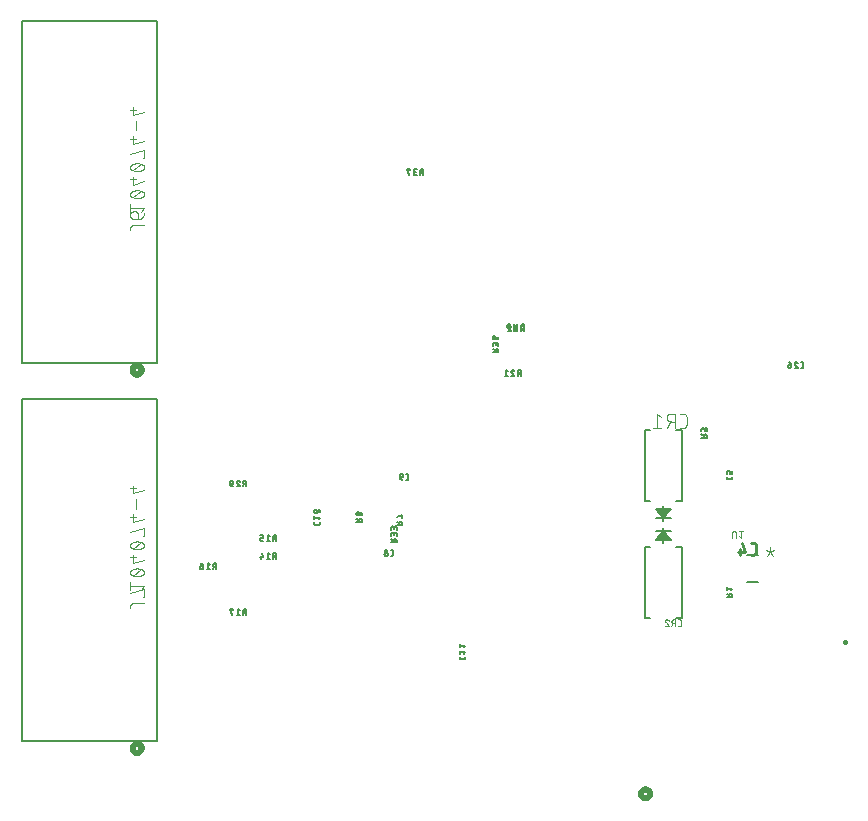
<source format=gbr>
G04 EAGLE Gerber RS-274X export*
G75*
%MOMM*%
%FSLAX34Y34*%
%LPD*%
%INSilkscreen Bottom*%
%IPPOS*%
%AMOC8*
5,1,8,0,0,1.08239X$1,22.5*%
G01*
%ADD10C,0.254000*%
%ADD11C,0.127000*%
%ADD12C,0.152400*%
%ADD13C,0.076200*%
%ADD14C,0.025400*%
%ADD15C,0.508000*%


D10*
X1201298Y280450D02*
X1203556Y280450D01*
X1203649Y280452D01*
X1203742Y280458D01*
X1203835Y280467D01*
X1203928Y280481D01*
X1204019Y280498D01*
X1204110Y280519D01*
X1204200Y280544D01*
X1204289Y280572D01*
X1204377Y280604D01*
X1204463Y280640D01*
X1204548Y280679D01*
X1204631Y280722D01*
X1204712Y280768D01*
X1204791Y280818D01*
X1204868Y280870D01*
X1204943Y280926D01*
X1205015Y280985D01*
X1205085Y281047D01*
X1205153Y281111D01*
X1205217Y281179D01*
X1205279Y281249D01*
X1205338Y281321D01*
X1205394Y281396D01*
X1205446Y281473D01*
X1205496Y281552D01*
X1205542Y281633D01*
X1205585Y281716D01*
X1205624Y281801D01*
X1205660Y281887D01*
X1205692Y281975D01*
X1205720Y282064D01*
X1205745Y282154D01*
X1205766Y282245D01*
X1205783Y282336D01*
X1205797Y282429D01*
X1205806Y282522D01*
X1205812Y282615D01*
X1205814Y282708D01*
X1205814Y288352D01*
X1205812Y288445D01*
X1205806Y288538D01*
X1205797Y288631D01*
X1205783Y288724D01*
X1205766Y288815D01*
X1205745Y288906D01*
X1205720Y288996D01*
X1205692Y289085D01*
X1205660Y289173D01*
X1205624Y289259D01*
X1205585Y289344D01*
X1205542Y289427D01*
X1205496Y289508D01*
X1205446Y289587D01*
X1205394Y289664D01*
X1205338Y289739D01*
X1205279Y289811D01*
X1205217Y289881D01*
X1205153Y289949D01*
X1205085Y290013D01*
X1205015Y290075D01*
X1204943Y290134D01*
X1204868Y290190D01*
X1204791Y290242D01*
X1204712Y290292D01*
X1204631Y290338D01*
X1204548Y290381D01*
X1204463Y290420D01*
X1204377Y290456D01*
X1204289Y290488D01*
X1204200Y290516D01*
X1204110Y290541D01*
X1204019Y290562D01*
X1203928Y290579D01*
X1203835Y290593D01*
X1203742Y290602D01*
X1203649Y290608D01*
X1203556Y290610D01*
X1201298Y290610D01*
X1193973Y290610D02*
X1196231Y282708D01*
X1190586Y282708D01*
X1192280Y284966D02*
X1192280Y280450D01*
D11*
X1181055Y345432D02*
X1181055Y346504D01*
X1181055Y345432D02*
X1181057Y345367D01*
X1181063Y345303D01*
X1181073Y345239D01*
X1181086Y345175D01*
X1181104Y345113D01*
X1181125Y345052D01*
X1181149Y344992D01*
X1181178Y344934D01*
X1181210Y344877D01*
X1181245Y344823D01*
X1181283Y344771D01*
X1181325Y344721D01*
X1181369Y344674D01*
X1181416Y344630D01*
X1181466Y344588D01*
X1181518Y344550D01*
X1181572Y344515D01*
X1181629Y344483D01*
X1181687Y344454D01*
X1181747Y344430D01*
X1181808Y344409D01*
X1181870Y344391D01*
X1181934Y344378D01*
X1181998Y344368D01*
X1182062Y344362D01*
X1182127Y344360D01*
X1182127Y344359D02*
X1184809Y344359D01*
X1184809Y344360D02*
X1184874Y344362D01*
X1184938Y344368D01*
X1185002Y344378D01*
X1185066Y344391D01*
X1185128Y344409D01*
X1185189Y344430D01*
X1185249Y344454D01*
X1185307Y344483D01*
X1185364Y344515D01*
X1185418Y344550D01*
X1185470Y344588D01*
X1185520Y344630D01*
X1185567Y344674D01*
X1185611Y344721D01*
X1185653Y344771D01*
X1185691Y344823D01*
X1185726Y344877D01*
X1185758Y344934D01*
X1185787Y344992D01*
X1185811Y345052D01*
X1185832Y345113D01*
X1185850Y345175D01*
X1185863Y345239D01*
X1185873Y345303D01*
X1185879Y345367D01*
X1185881Y345432D01*
X1185881Y346504D01*
X1181055Y348960D02*
X1181055Y350568D01*
X1181057Y350633D01*
X1181063Y350697D01*
X1181073Y350761D01*
X1181086Y350825D01*
X1181104Y350887D01*
X1181125Y350948D01*
X1181149Y351008D01*
X1181178Y351066D01*
X1181210Y351123D01*
X1181245Y351177D01*
X1181283Y351229D01*
X1181325Y351279D01*
X1181369Y351326D01*
X1181416Y351370D01*
X1181466Y351412D01*
X1181518Y351450D01*
X1181572Y351485D01*
X1181629Y351517D01*
X1181687Y351546D01*
X1181747Y351570D01*
X1181808Y351591D01*
X1181870Y351609D01*
X1181934Y351622D01*
X1181998Y351632D01*
X1182062Y351638D01*
X1182127Y351640D01*
X1182127Y351641D02*
X1182664Y351641D01*
X1182664Y351640D02*
X1182729Y351638D01*
X1182793Y351632D01*
X1182857Y351622D01*
X1182921Y351609D01*
X1182983Y351591D01*
X1183044Y351570D01*
X1183104Y351546D01*
X1183162Y351517D01*
X1183219Y351485D01*
X1183273Y351450D01*
X1183325Y351412D01*
X1183375Y351370D01*
X1183422Y351326D01*
X1183466Y351279D01*
X1183508Y351229D01*
X1183546Y351177D01*
X1183581Y351123D01*
X1183613Y351066D01*
X1183642Y351008D01*
X1183666Y350948D01*
X1183687Y350887D01*
X1183705Y350825D01*
X1183718Y350761D01*
X1183728Y350697D01*
X1183734Y350633D01*
X1183736Y350568D01*
X1183736Y348960D01*
X1185881Y348960D01*
X1185881Y351641D01*
D12*
X1127400Y321918D02*
X1127400Y311758D01*
X1127400Y309218D01*
X1127400Y311758D02*
X1133750Y311758D01*
X1127400Y311758D02*
X1121050Y311758D01*
X1127400Y311758D02*
X1133750Y319378D01*
X1132480Y319378D02*
X1127400Y311758D01*
X1131210Y319378D01*
X1129940Y319378D02*
X1127400Y311758D01*
X1128670Y319378D01*
X1121050Y319378D02*
X1127400Y311758D01*
X1122320Y319378D01*
X1123590Y319378D02*
X1127400Y311758D01*
X1124860Y319378D01*
X1126130Y319378D02*
X1127400Y311758D01*
X1133750Y319378D02*
X1121050Y319378D01*
X1111652Y325728D02*
X1111652Y385672D01*
X1116478Y385672D01*
X1143148Y385672D02*
X1143148Y325728D01*
X1138322Y325728D01*
X1116478Y325728D02*
X1111652Y325728D01*
X1138322Y385672D02*
X1143148Y385672D01*
D13*
X1144432Y387831D02*
X1141779Y387831D01*
X1144432Y387831D02*
X1144534Y387833D01*
X1144635Y387839D01*
X1144736Y387849D01*
X1144837Y387862D01*
X1144937Y387880D01*
X1145036Y387901D01*
X1145135Y387926D01*
X1145232Y387955D01*
X1145329Y387987D01*
X1145424Y388023D01*
X1145517Y388063D01*
X1145609Y388106D01*
X1145699Y388153D01*
X1145788Y388204D01*
X1145874Y388257D01*
X1145958Y388314D01*
X1146040Y388374D01*
X1146120Y388437D01*
X1146197Y388503D01*
X1146272Y388572D01*
X1146344Y388644D01*
X1146413Y388719D01*
X1146479Y388796D01*
X1146542Y388876D01*
X1146602Y388958D01*
X1146659Y389042D01*
X1146712Y389128D01*
X1146763Y389217D01*
X1146810Y389307D01*
X1146853Y389399D01*
X1146893Y389492D01*
X1146929Y389587D01*
X1146961Y389684D01*
X1146990Y389781D01*
X1147015Y389880D01*
X1147036Y389979D01*
X1147054Y390079D01*
X1147067Y390180D01*
X1147077Y390281D01*
X1147083Y390382D01*
X1147085Y390484D01*
X1147085Y397116D01*
X1147083Y397218D01*
X1147077Y397319D01*
X1147067Y397420D01*
X1147054Y397521D01*
X1147036Y397621D01*
X1147015Y397720D01*
X1146990Y397819D01*
X1146961Y397916D01*
X1146929Y398013D01*
X1146893Y398108D01*
X1146853Y398201D01*
X1146810Y398293D01*
X1146763Y398383D01*
X1146712Y398472D01*
X1146659Y398558D01*
X1146602Y398642D01*
X1146542Y398724D01*
X1146479Y398804D01*
X1146413Y398881D01*
X1146344Y398956D01*
X1146272Y399028D01*
X1146197Y399097D01*
X1146120Y399163D01*
X1146040Y399226D01*
X1145958Y399286D01*
X1145874Y399343D01*
X1145788Y399396D01*
X1145699Y399447D01*
X1145609Y399494D01*
X1145517Y399537D01*
X1145424Y399577D01*
X1145329Y399613D01*
X1145232Y399645D01*
X1145135Y399674D01*
X1145036Y399699D01*
X1144937Y399720D01*
X1144837Y399738D01*
X1144736Y399751D01*
X1144635Y399761D01*
X1144534Y399767D01*
X1144432Y399769D01*
X1141779Y399769D01*
X1137086Y399769D02*
X1137086Y387831D01*
X1137086Y399769D02*
X1133770Y399769D01*
X1133656Y399767D01*
X1133541Y399761D01*
X1133427Y399751D01*
X1133314Y399737D01*
X1133200Y399720D01*
X1133088Y399698D01*
X1132976Y399673D01*
X1132866Y399643D01*
X1132756Y399610D01*
X1132648Y399573D01*
X1132541Y399533D01*
X1132435Y399488D01*
X1132331Y399441D01*
X1132229Y399389D01*
X1132129Y399334D01*
X1132030Y399276D01*
X1131934Y399214D01*
X1131839Y399149D01*
X1131748Y399081D01*
X1131658Y399009D01*
X1131571Y398935D01*
X1131487Y398858D01*
X1131405Y398777D01*
X1131326Y398694D01*
X1131250Y398609D01*
X1131177Y398520D01*
X1131108Y398430D01*
X1131041Y398337D01*
X1130978Y398241D01*
X1130918Y398144D01*
X1130861Y398044D01*
X1130808Y397943D01*
X1130758Y397840D01*
X1130712Y397735D01*
X1130669Y397629D01*
X1130631Y397521D01*
X1130596Y397412D01*
X1130565Y397302D01*
X1130537Y397191D01*
X1130514Y397079D01*
X1130494Y396966D01*
X1130478Y396853D01*
X1130466Y396739D01*
X1130458Y396625D01*
X1130454Y396510D01*
X1130454Y396396D01*
X1130458Y396281D01*
X1130466Y396167D01*
X1130478Y396053D01*
X1130494Y395940D01*
X1130514Y395827D01*
X1130537Y395715D01*
X1130565Y395604D01*
X1130596Y395494D01*
X1130631Y395385D01*
X1130669Y395277D01*
X1130712Y395171D01*
X1130758Y395066D01*
X1130808Y394963D01*
X1130861Y394862D01*
X1130918Y394762D01*
X1130978Y394665D01*
X1131041Y394569D01*
X1131108Y394476D01*
X1131177Y394386D01*
X1131250Y394297D01*
X1131326Y394212D01*
X1131405Y394129D01*
X1131487Y394048D01*
X1131571Y393971D01*
X1131658Y393897D01*
X1131748Y393825D01*
X1131839Y393757D01*
X1131934Y393692D01*
X1132030Y393630D01*
X1132129Y393572D01*
X1132229Y393517D01*
X1132331Y393465D01*
X1132435Y393418D01*
X1132541Y393373D01*
X1132648Y393333D01*
X1132756Y393296D01*
X1132866Y393263D01*
X1132976Y393233D01*
X1133088Y393208D01*
X1133200Y393186D01*
X1133314Y393169D01*
X1133427Y393155D01*
X1133541Y393145D01*
X1133656Y393139D01*
X1133770Y393137D01*
X1137086Y393137D01*
X1133106Y393137D02*
X1130453Y387831D01*
X1125720Y397116D02*
X1122404Y399769D01*
X1122404Y387831D01*
X1125720Y387831D02*
X1119088Y387831D01*
D12*
X1127400Y300542D02*
X1127400Y290382D01*
X1127400Y300542D02*
X1127400Y303082D01*
X1127400Y300542D02*
X1121050Y300542D01*
X1127400Y300542D02*
X1133750Y300542D01*
X1127400Y300542D02*
X1121050Y292922D01*
X1122320Y292922D02*
X1127400Y300542D01*
X1123590Y292922D01*
X1124860Y292922D02*
X1127400Y300542D01*
X1126130Y292922D01*
X1133750Y292922D02*
X1127400Y300542D01*
X1132480Y292922D01*
X1131210Y292922D02*
X1127400Y300542D01*
X1129940Y292922D01*
X1128670Y292922D02*
X1127400Y300542D01*
X1121050Y292922D02*
X1133750Y292922D01*
X1143148Y286572D02*
X1143148Y226628D01*
X1138322Y226628D01*
X1111652Y226628D02*
X1111652Y286572D01*
X1116478Y286572D01*
X1138322Y286572D02*
X1143148Y286572D01*
X1116478Y226628D02*
X1111652Y226628D01*
D14*
X1139743Y219777D02*
X1141041Y219777D01*
X1141111Y219779D01*
X1141181Y219785D01*
X1141251Y219794D01*
X1141320Y219807D01*
X1141388Y219824D01*
X1141455Y219845D01*
X1141521Y219869D01*
X1141586Y219897D01*
X1141649Y219928D01*
X1141710Y219963D01*
X1141769Y220001D01*
X1141827Y220042D01*
X1141881Y220086D01*
X1141934Y220133D01*
X1141983Y220182D01*
X1142030Y220235D01*
X1142074Y220289D01*
X1142115Y220347D01*
X1142153Y220406D01*
X1142188Y220467D01*
X1142219Y220530D01*
X1142247Y220595D01*
X1142271Y220661D01*
X1142292Y220728D01*
X1142309Y220796D01*
X1142322Y220865D01*
X1142331Y220935D01*
X1142337Y221005D01*
X1142339Y221075D01*
X1142339Y224321D01*
X1142337Y224391D01*
X1142331Y224461D01*
X1142322Y224531D01*
X1142309Y224600D01*
X1142292Y224668D01*
X1142271Y224735D01*
X1142247Y224801D01*
X1142219Y224866D01*
X1142188Y224929D01*
X1142153Y224990D01*
X1142115Y225049D01*
X1142074Y225106D01*
X1142030Y225161D01*
X1141983Y225214D01*
X1141934Y225263D01*
X1141881Y225310D01*
X1141827Y225354D01*
X1141769Y225395D01*
X1141710Y225433D01*
X1141649Y225468D01*
X1141586Y225499D01*
X1141521Y225527D01*
X1141456Y225551D01*
X1141388Y225572D01*
X1141320Y225589D01*
X1141251Y225602D01*
X1141181Y225611D01*
X1141111Y225617D01*
X1141041Y225619D01*
X1139743Y225619D01*
X1137545Y225619D02*
X1137545Y219777D01*
X1137545Y225619D02*
X1135922Y225619D01*
X1135842Y225617D01*
X1135763Y225611D01*
X1135684Y225601D01*
X1135605Y225588D01*
X1135528Y225570D01*
X1135451Y225549D01*
X1135375Y225524D01*
X1135301Y225495D01*
X1135228Y225463D01*
X1135157Y225427D01*
X1135088Y225388D01*
X1135020Y225345D01*
X1134955Y225300D01*
X1134892Y225251D01*
X1134832Y225199D01*
X1134774Y225144D01*
X1134719Y225086D01*
X1134667Y225026D01*
X1134618Y224963D01*
X1134573Y224898D01*
X1134530Y224830D01*
X1134491Y224761D01*
X1134455Y224690D01*
X1134423Y224617D01*
X1134394Y224543D01*
X1134369Y224467D01*
X1134348Y224390D01*
X1134330Y224313D01*
X1134317Y224234D01*
X1134307Y224155D01*
X1134301Y224076D01*
X1134299Y223996D01*
X1134301Y223916D01*
X1134307Y223837D01*
X1134317Y223758D01*
X1134330Y223679D01*
X1134348Y223602D01*
X1134369Y223525D01*
X1134394Y223449D01*
X1134423Y223375D01*
X1134455Y223302D01*
X1134491Y223231D01*
X1134530Y223162D01*
X1134573Y223094D01*
X1134618Y223029D01*
X1134667Y222966D01*
X1134719Y222906D01*
X1134774Y222848D01*
X1134832Y222793D01*
X1134892Y222741D01*
X1134955Y222692D01*
X1135020Y222647D01*
X1135088Y222604D01*
X1135157Y222565D01*
X1135228Y222529D01*
X1135301Y222497D01*
X1135375Y222468D01*
X1135451Y222443D01*
X1135528Y222422D01*
X1135605Y222404D01*
X1135684Y222391D01*
X1135763Y222381D01*
X1135842Y222375D01*
X1135922Y222373D01*
X1137545Y222373D01*
X1135598Y222373D02*
X1134300Y219777D01*
X1128840Y224159D02*
X1128842Y224233D01*
X1128847Y224307D01*
X1128857Y224380D01*
X1128870Y224453D01*
X1128887Y224525D01*
X1128907Y224596D01*
X1128931Y224666D01*
X1128958Y224735D01*
X1128989Y224802D01*
X1129024Y224868D01*
X1129061Y224932D01*
X1129102Y224994D01*
X1129146Y225053D01*
X1129192Y225111D01*
X1129242Y225166D01*
X1129294Y225218D01*
X1129349Y225268D01*
X1129407Y225314D01*
X1129466Y225358D01*
X1129528Y225399D01*
X1129592Y225436D01*
X1129658Y225471D01*
X1129725Y225502D01*
X1129794Y225529D01*
X1129864Y225553D01*
X1129935Y225573D01*
X1130007Y225590D01*
X1130080Y225603D01*
X1130153Y225613D01*
X1130227Y225618D01*
X1130301Y225620D01*
X1130301Y225619D02*
X1130385Y225617D01*
X1130469Y225611D01*
X1130553Y225602D01*
X1130636Y225589D01*
X1130719Y225572D01*
X1130800Y225551D01*
X1130881Y225527D01*
X1130961Y225499D01*
X1131039Y225468D01*
X1131116Y225433D01*
X1131191Y225395D01*
X1131264Y225353D01*
X1131335Y225308D01*
X1131404Y225260D01*
X1131471Y225209D01*
X1131536Y225155D01*
X1131598Y225098D01*
X1131658Y225039D01*
X1131715Y224976D01*
X1131769Y224912D01*
X1131820Y224845D01*
X1131867Y224775D01*
X1131912Y224704D01*
X1131954Y224631D01*
X1131992Y224555D01*
X1132027Y224479D01*
X1132058Y224400D01*
X1132086Y224321D01*
X1129327Y223023D02*
X1129274Y223076D01*
X1129224Y223131D01*
X1129176Y223189D01*
X1129131Y223248D01*
X1129089Y223310D01*
X1129050Y223374D01*
X1129015Y223440D01*
X1128982Y223507D01*
X1128953Y223575D01*
X1128926Y223646D01*
X1128904Y223717D01*
X1128884Y223789D01*
X1128868Y223862D01*
X1128856Y223936D01*
X1128847Y224010D01*
X1128842Y224084D01*
X1128840Y224159D01*
X1129327Y223023D02*
X1132086Y219777D01*
X1128840Y219777D01*
D11*
X1181055Y244648D02*
X1185881Y244648D01*
X1185881Y245989D01*
X1185879Y246060D01*
X1185873Y246132D01*
X1185864Y246202D01*
X1185851Y246272D01*
X1185834Y246342D01*
X1185813Y246410D01*
X1185789Y246477D01*
X1185761Y246543D01*
X1185730Y246607D01*
X1185695Y246670D01*
X1185657Y246730D01*
X1185616Y246789D01*
X1185572Y246845D01*
X1185525Y246899D01*
X1185476Y246950D01*
X1185423Y246998D01*
X1185368Y247044D01*
X1185311Y247086D01*
X1185251Y247126D01*
X1185190Y247162D01*
X1185126Y247195D01*
X1185061Y247224D01*
X1184995Y247250D01*
X1184927Y247273D01*
X1184858Y247292D01*
X1184788Y247307D01*
X1184718Y247318D01*
X1184647Y247326D01*
X1184576Y247330D01*
X1184504Y247330D01*
X1184433Y247326D01*
X1184362Y247318D01*
X1184292Y247307D01*
X1184222Y247292D01*
X1184153Y247273D01*
X1184085Y247250D01*
X1184019Y247224D01*
X1183954Y247195D01*
X1183890Y247162D01*
X1183829Y247126D01*
X1183769Y247086D01*
X1183712Y247044D01*
X1183657Y246998D01*
X1183604Y246950D01*
X1183555Y246899D01*
X1183508Y246845D01*
X1183464Y246789D01*
X1183423Y246730D01*
X1183385Y246670D01*
X1183350Y246607D01*
X1183319Y246543D01*
X1183291Y246477D01*
X1183267Y246410D01*
X1183246Y246342D01*
X1183229Y246272D01*
X1183216Y246202D01*
X1183207Y246132D01*
X1183201Y246060D01*
X1183199Y245989D01*
X1183200Y245989D02*
X1183200Y244648D01*
X1183200Y246257D02*
X1181055Y247329D01*
X1184809Y250071D02*
X1185881Y251411D01*
X1181055Y251411D01*
X1181055Y250071D02*
X1181055Y252752D01*
X1164545Y379548D02*
X1159719Y379548D01*
X1164545Y379548D02*
X1164545Y380889D01*
X1164543Y380960D01*
X1164537Y381032D01*
X1164528Y381102D01*
X1164515Y381172D01*
X1164498Y381242D01*
X1164477Y381310D01*
X1164453Y381377D01*
X1164425Y381443D01*
X1164394Y381507D01*
X1164359Y381570D01*
X1164321Y381630D01*
X1164280Y381689D01*
X1164236Y381745D01*
X1164189Y381799D01*
X1164140Y381850D01*
X1164087Y381898D01*
X1164032Y381944D01*
X1163975Y381986D01*
X1163915Y382026D01*
X1163854Y382062D01*
X1163790Y382095D01*
X1163725Y382124D01*
X1163659Y382150D01*
X1163591Y382173D01*
X1163522Y382192D01*
X1163452Y382207D01*
X1163382Y382218D01*
X1163311Y382226D01*
X1163240Y382230D01*
X1163168Y382230D01*
X1163097Y382226D01*
X1163026Y382218D01*
X1162956Y382207D01*
X1162886Y382192D01*
X1162817Y382173D01*
X1162749Y382150D01*
X1162683Y382124D01*
X1162618Y382095D01*
X1162554Y382062D01*
X1162493Y382026D01*
X1162433Y381986D01*
X1162376Y381944D01*
X1162321Y381898D01*
X1162268Y381850D01*
X1162219Y381799D01*
X1162172Y381745D01*
X1162128Y381689D01*
X1162087Y381630D01*
X1162049Y381570D01*
X1162014Y381507D01*
X1161983Y381443D01*
X1161955Y381377D01*
X1161931Y381310D01*
X1161910Y381242D01*
X1161893Y381172D01*
X1161880Y381102D01*
X1161871Y381032D01*
X1161865Y380960D01*
X1161863Y380889D01*
X1161864Y380889D02*
X1161864Y379548D01*
X1161864Y381157D02*
X1159719Y382229D01*
X1159719Y384971D02*
X1159719Y386311D01*
X1159721Y386382D01*
X1159727Y386454D01*
X1159736Y386524D01*
X1159749Y386594D01*
X1159766Y386664D01*
X1159787Y386732D01*
X1159811Y386799D01*
X1159839Y386865D01*
X1159870Y386929D01*
X1159905Y386992D01*
X1159943Y387052D01*
X1159984Y387111D01*
X1160028Y387167D01*
X1160075Y387221D01*
X1160124Y387272D01*
X1160177Y387320D01*
X1160232Y387366D01*
X1160289Y387408D01*
X1160349Y387448D01*
X1160410Y387484D01*
X1160474Y387517D01*
X1160539Y387546D01*
X1160605Y387572D01*
X1160673Y387595D01*
X1160742Y387614D01*
X1160812Y387629D01*
X1160882Y387640D01*
X1160953Y387648D01*
X1161024Y387652D01*
X1161096Y387652D01*
X1161167Y387648D01*
X1161238Y387640D01*
X1161308Y387629D01*
X1161378Y387614D01*
X1161447Y387595D01*
X1161515Y387572D01*
X1161581Y387546D01*
X1161646Y387517D01*
X1161710Y387484D01*
X1161771Y387448D01*
X1161831Y387408D01*
X1161888Y387366D01*
X1161943Y387320D01*
X1161996Y387272D01*
X1162045Y387221D01*
X1162092Y387167D01*
X1162136Y387111D01*
X1162177Y387052D01*
X1162215Y386992D01*
X1162250Y386929D01*
X1162281Y386865D01*
X1162309Y386799D01*
X1162333Y386732D01*
X1162354Y386664D01*
X1162371Y386594D01*
X1162384Y386524D01*
X1162393Y386454D01*
X1162399Y386382D01*
X1162401Y386311D01*
X1164545Y386579D02*
X1164545Y384971D01*
X1164545Y386579D02*
X1164543Y386644D01*
X1164537Y386708D01*
X1164527Y386772D01*
X1164514Y386836D01*
X1164496Y386898D01*
X1164475Y386959D01*
X1164451Y387019D01*
X1164422Y387077D01*
X1164390Y387134D01*
X1164355Y387188D01*
X1164317Y387240D01*
X1164275Y387290D01*
X1164231Y387337D01*
X1164184Y387381D01*
X1164134Y387423D01*
X1164082Y387461D01*
X1164028Y387496D01*
X1163971Y387528D01*
X1163913Y387557D01*
X1163853Y387581D01*
X1163792Y387602D01*
X1163730Y387620D01*
X1163666Y387633D01*
X1163602Y387643D01*
X1163538Y387649D01*
X1163473Y387651D01*
X1163408Y387649D01*
X1163344Y387643D01*
X1163280Y387633D01*
X1163216Y387620D01*
X1163154Y387602D01*
X1163093Y387581D01*
X1163033Y387557D01*
X1162975Y387528D01*
X1162918Y387496D01*
X1162864Y387461D01*
X1162812Y387423D01*
X1162762Y387381D01*
X1162715Y387337D01*
X1162671Y387290D01*
X1162629Y387240D01*
X1162591Y387188D01*
X1162556Y387134D01*
X1162524Y387077D01*
X1162495Y387019D01*
X1162471Y386959D01*
X1162450Y386898D01*
X1162432Y386836D01*
X1162419Y386772D01*
X1162409Y386708D01*
X1162403Y386644D01*
X1162401Y386579D01*
X1162400Y386579D02*
X1162400Y385507D01*
D12*
X1198174Y257524D02*
X1207826Y257524D01*
X1207826Y279876D02*
X1198174Y279876D01*
D13*
X1217767Y282614D02*
X1217767Y286593D01*
X1217767Y282614D02*
X1215446Y279629D01*
X1217767Y282614D02*
X1220089Y279629D01*
X1217767Y282614D02*
X1214120Y283940D01*
X1217767Y282614D02*
X1221415Y283940D01*
D14*
X1185761Y294481D02*
X1185761Y298700D01*
X1185763Y298780D01*
X1185769Y298859D01*
X1185779Y298938D01*
X1185792Y299017D01*
X1185810Y299094D01*
X1185831Y299171D01*
X1185856Y299247D01*
X1185885Y299321D01*
X1185917Y299394D01*
X1185953Y299465D01*
X1185992Y299534D01*
X1186035Y299602D01*
X1186080Y299667D01*
X1186129Y299730D01*
X1186181Y299790D01*
X1186236Y299848D01*
X1186294Y299903D01*
X1186354Y299955D01*
X1186417Y300004D01*
X1186482Y300049D01*
X1186550Y300092D01*
X1186619Y300131D01*
X1186690Y300167D01*
X1186763Y300199D01*
X1186837Y300228D01*
X1186913Y300253D01*
X1186990Y300274D01*
X1187067Y300292D01*
X1187146Y300305D01*
X1187225Y300315D01*
X1187304Y300321D01*
X1187384Y300323D01*
X1187464Y300321D01*
X1187543Y300315D01*
X1187622Y300305D01*
X1187701Y300292D01*
X1187778Y300274D01*
X1187855Y300253D01*
X1187931Y300228D01*
X1188005Y300199D01*
X1188078Y300167D01*
X1188149Y300131D01*
X1188218Y300092D01*
X1188286Y300049D01*
X1188351Y300004D01*
X1188414Y299955D01*
X1188474Y299903D01*
X1188532Y299848D01*
X1188587Y299790D01*
X1188639Y299730D01*
X1188688Y299667D01*
X1188733Y299602D01*
X1188776Y299534D01*
X1188815Y299465D01*
X1188851Y299394D01*
X1188883Y299321D01*
X1188912Y299247D01*
X1188937Y299171D01*
X1188958Y299094D01*
X1188976Y299017D01*
X1188989Y298938D01*
X1188999Y298859D01*
X1189005Y298780D01*
X1189007Y298700D01*
X1189007Y294481D01*
X1191430Y295779D02*
X1193053Y294481D01*
X1193053Y300323D01*
X1191430Y300323D02*
X1194676Y300323D01*
D15*
X1116296Y77800D02*
X1116294Y77678D01*
X1116288Y77556D01*
X1116278Y77434D01*
X1116265Y77313D01*
X1116247Y77192D01*
X1116226Y77072D01*
X1116200Y76952D01*
X1116171Y76834D01*
X1116139Y76716D01*
X1116102Y76599D01*
X1116062Y76484D01*
X1116018Y76370D01*
X1115970Y76258D01*
X1115919Y76147D01*
X1115864Y76038D01*
X1115806Y75930D01*
X1115744Y75825D01*
X1115679Y75722D01*
X1115611Y75620D01*
X1115539Y75521D01*
X1115465Y75425D01*
X1115387Y75330D01*
X1115306Y75239D01*
X1115223Y75149D01*
X1115137Y75063D01*
X1115047Y74980D01*
X1114956Y74899D01*
X1114861Y74821D01*
X1114765Y74747D01*
X1114666Y74675D01*
X1114564Y74607D01*
X1114461Y74542D01*
X1114356Y74480D01*
X1114248Y74422D01*
X1114139Y74367D01*
X1114028Y74316D01*
X1113916Y74268D01*
X1113802Y74224D01*
X1113687Y74184D01*
X1113570Y74147D01*
X1113452Y74115D01*
X1113334Y74086D01*
X1113214Y74060D01*
X1113094Y74039D01*
X1112973Y74021D01*
X1112852Y74008D01*
X1112730Y73998D01*
X1112608Y73992D01*
X1112486Y73990D01*
X1112364Y73992D01*
X1112242Y73998D01*
X1112120Y74008D01*
X1111999Y74021D01*
X1111878Y74039D01*
X1111758Y74060D01*
X1111638Y74086D01*
X1111520Y74115D01*
X1111402Y74147D01*
X1111285Y74184D01*
X1111170Y74224D01*
X1111056Y74268D01*
X1110944Y74316D01*
X1110833Y74367D01*
X1110724Y74422D01*
X1110616Y74480D01*
X1110511Y74542D01*
X1110408Y74607D01*
X1110306Y74675D01*
X1110207Y74747D01*
X1110111Y74821D01*
X1110016Y74899D01*
X1109925Y74980D01*
X1109835Y75063D01*
X1109749Y75149D01*
X1109666Y75239D01*
X1109585Y75330D01*
X1109507Y75425D01*
X1109433Y75521D01*
X1109361Y75620D01*
X1109293Y75722D01*
X1109228Y75825D01*
X1109166Y75930D01*
X1109108Y76038D01*
X1109053Y76147D01*
X1109002Y76258D01*
X1108954Y76370D01*
X1108910Y76484D01*
X1108870Y76599D01*
X1108833Y76716D01*
X1108801Y76834D01*
X1108772Y76952D01*
X1108746Y77072D01*
X1108725Y77192D01*
X1108707Y77313D01*
X1108694Y77434D01*
X1108684Y77556D01*
X1108678Y77678D01*
X1108676Y77800D01*
X1108678Y77922D01*
X1108684Y78044D01*
X1108694Y78166D01*
X1108707Y78287D01*
X1108725Y78408D01*
X1108746Y78528D01*
X1108772Y78648D01*
X1108801Y78766D01*
X1108833Y78884D01*
X1108870Y79001D01*
X1108910Y79116D01*
X1108954Y79230D01*
X1109002Y79342D01*
X1109053Y79453D01*
X1109108Y79562D01*
X1109166Y79670D01*
X1109228Y79775D01*
X1109293Y79878D01*
X1109361Y79980D01*
X1109433Y80079D01*
X1109507Y80175D01*
X1109585Y80270D01*
X1109666Y80361D01*
X1109749Y80451D01*
X1109835Y80537D01*
X1109925Y80620D01*
X1110016Y80701D01*
X1110111Y80779D01*
X1110207Y80853D01*
X1110306Y80925D01*
X1110408Y80993D01*
X1110511Y81058D01*
X1110616Y81120D01*
X1110724Y81178D01*
X1110833Y81233D01*
X1110944Y81284D01*
X1111056Y81332D01*
X1111170Y81376D01*
X1111285Y81416D01*
X1111402Y81453D01*
X1111520Y81485D01*
X1111638Y81514D01*
X1111758Y81540D01*
X1111878Y81561D01*
X1111999Y81579D01*
X1112120Y81592D01*
X1112242Y81602D01*
X1112364Y81608D01*
X1112486Y81610D01*
X1112608Y81608D01*
X1112730Y81602D01*
X1112852Y81592D01*
X1112973Y81579D01*
X1113094Y81561D01*
X1113214Y81540D01*
X1113334Y81514D01*
X1113452Y81485D01*
X1113570Y81453D01*
X1113687Y81416D01*
X1113802Y81376D01*
X1113916Y81332D01*
X1114028Y81284D01*
X1114139Y81233D01*
X1114248Y81178D01*
X1114356Y81120D01*
X1114461Y81058D01*
X1114564Y80993D01*
X1114666Y80925D01*
X1114765Y80853D01*
X1114861Y80779D01*
X1114956Y80701D01*
X1115047Y80620D01*
X1115137Y80537D01*
X1115223Y80451D01*
X1115306Y80361D01*
X1115387Y80270D01*
X1115465Y80175D01*
X1115539Y80079D01*
X1115611Y79980D01*
X1115679Y79878D01*
X1115744Y79775D01*
X1115806Y79670D01*
X1115864Y79562D01*
X1115919Y79453D01*
X1115970Y79342D01*
X1116018Y79230D01*
X1116062Y79116D01*
X1116102Y79001D01*
X1116139Y78884D01*
X1116171Y78766D01*
X1116200Y78648D01*
X1116226Y78528D01*
X1116247Y78408D01*
X1116265Y78287D01*
X1116278Y78166D01*
X1116288Y78044D01*
X1116294Y77922D01*
X1116296Y77800D01*
D11*
X897568Y279525D02*
X896496Y279525D01*
X897568Y279525D02*
X897633Y279527D01*
X897697Y279533D01*
X897761Y279543D01*
X897825Y279556D01*
X897887Y279574D01*
X897948Y279595D01*
X898008Y279619D01*
X898066Y279648D01*
X898123Y279680D01*
X898177Y279715D01*
X898229Y279753D01*
X898279Y279795D01*
X898326Y279839D01*
X898370Y279886D01*
X898412Y279936D01*
X898450Y279988D01*
X898485Y280042D01*
X898517Y280099D01*
X898546Y280157D01*
X898570Y280217D01*
X898591Y280278D01*
X898609Y280340D01*
X898622Y280404D01*
X898632Y280468D01*
X898638Y280532D01*
X898640Y280597D01*
X898641Y280597D02*
X898641Y283279D01*
X898640Y283279D02*
X898638Y283344D01*
X898632Y283408D01*
X898622Y283472D01*
X898609Y283536D01*
X898591Y283598D01*
X898570Y283659D01*
X898546Y283719D01*
X898517Y283777D01*
X898485Y283834D01*
X898450Y283888D01*
X898412Y283940D01*
X898370Y283990D01*
X898326Y284037D01*
X898279Y284081D01*
X898229Y284123D01*
X898177Y284161D01*
X898123Y284196D01*
X898066Y284228D01*
X898008Y284257D01*
X897948Y284281D01*
X897887Y284302D01*
X897825Y284320D01*
X897761Y284333D01*
X897697Y284343D01*
X897633Y284349D01*
X897568Y284351D01*
X896496Y284351D01*
X894041Y280866D02*
X894039Y280937D01*
X894033Y281009D01*
X894024Y281079D01*
X894011Y281149D01*
X893994Y281219D01*
X893973Y281287D01*
X893949Y281354D01*
X893921Y281420D01*
X893890Y281484D01*
X893855Y281547D01*
X893817Y281607D01*
X893776Y281666D01*
X893732Y281722D01*
X893685Y281776D01*
X893636Y281827D01*
X893583Y281875D01*
X893528Y281921D01*
X893471Y281963D01*
X893411Y282003D01*
X893350Y282039D01*
X893286Y282072D01*
X893221Y282101D01*
X893155Y282127D01*
X893087Y282150D01*
X893018Y282169D01*
X892948Y282184D01*
X892878Y282195D01*
X892807Y282203D01*
X892736Y282207D01*
X892664Y282207D01*
X892593Y282203D01*
X892522Y282195D01*
X892452Y282184D01*
X892382Y282169D01*
X892313Y282150D01*
X892245Y282127D01*
X892179Y282101D01*
X892114Y282072D01*
X892050Y282039D01*
X891989Y282003D01*
X891929Y281963D01*
X891872Y281921D01*
X891817Y281875D01*
X891764Y281827D01*
X891715Y281776D01*
X891668Y281722D01*
X891624Y281666D01*
X891583Y281607D01*
X891545Y281547D01*
X891510Y281484D01*
X891479Y281420D01*
X891451Y281354D01*
X891427Y281287D01*
X891406Y281219D01*
X891389Y281149D01*
X891376Y281079D01*
X891367Y281009D01*
X891361Y280937D01*
X891359Y280866D01*
X891361Y280795D01*
X891367Y280723D01*
X891376Y280653D01*
X891389Y280583D01*
X891406Y280513D01*
X891427Y280445D01*
X891451Y280378D01*
X891479Y280312D01*
X891510Y280248D01*
X891545Y280185D01*
X891583Y280125D01*
X891624Y280066D01*
X891668Y280010D01*
X891715Y279956D01*
X891764Y279905D01*
X891817Y279857D01*
X891872Y279811D01*
X891929Y279769D01*
X891989Y279729D01*
X892050Y279693D01*
X892114Y279660D01*
X892179Y279631D01*
X892245Y279605D01*
X892313Y279582D01*
X892382Y279563D01*
X892452Y279548D01*
X892522Y279537D01*
X892593Y279529D01*
X892664Y279525D01*
X892736Y279525D01*
X892807Y279529D01*
X892878Y279537D01*
X892948Y279548D01*
X893018Y279563D01*
X893087Y279582D01*
X893155Y279605D01*
X893221Y279631D01*
X893286Y279660D01*
X893350Y279693D01*
X893411Y279729D01*
X893471Y279769D01*
X893528Y279811D01*
X893583Y279857D01*
X893636Y279905D01*
X893685Y279956D01*
X893732Y280010D01*
X893776Y280066D01*
X893817Y280125D01*
X893855Y280185D01*
X893890Y280248D01*
X893921Y280312D01*
X893949Y280378D01*
X893973Y280445D01*
X893994Y280513D01*
X894011Y280583D01*
X894024Y280653D01*
X894033Y280723D01*
X894039Y280795D01*
X894041Y280866D01*
X893772Y283279D02*
X893770Y283344D01*
X893764Y283408D01*
X893754Y283472D01*
X893741Y283536D01*
X893723Y283598D01*
X893702Y283659D01*
X893678Y283719D01*
X893649Y283777D01*
X893617Y283834D01*
X893582Y283888D01*
X893544Y283940D01*
X893502Y283990D01*
X893458Y284037D01*
X893411Y284081D01*
X893361Y284123D01*
X893309Y284161D01*
X893255Y284196D01*
X893198Y284228D01*
X893140Y284257D01*
X893080Y284281D01*
X893019Y284302D01*
X892957Y284320D01*
X892893Y284333D01*
X892829Y284343D01*
X892765Y284349D01*
X892700Y284351D01*
X892635Y284349D01*
X892571Y284343D01*
X892507Y284333D01*
X892443Y284320D01*
X892381Y284302D01*
X892320Y284281D01*
X892260Y284257D01*
X892202Y284228D01*
X892145Y284196D01*
X892091Y284161D01*
X892039Y284123D01*
X891989Y284081D01*
X891942Y284037D01*
X891898Y283990D01*
X891856Y283940D01*
X891818Y283888D01*
X891783Y283834D01*
X891751Y283777D01*
X891722Y283719D01*
X891698Y283659D01*
X891677Y283598D01*
X891659Y283536D01*
X891646Y283472D01*
X891636Y283408D01*
X891630Y283344D01*
X891628Y283279D01*
X891630Y283214D01*
X891636Y283150D01*
X891646Y283086D01*
X891659Y283022D01*
X891677Y282960D01*
X891698Y282899D01*
X891722Y282839D01*
X891751Y282781D01*
X891783Y282724D01*
X891818Y282670D01*
X891856Y282618D01*
X891898Y282568D01*
X891942Y282521D01*
X891989Y282477D01*
X892039Y282435D01*
X892091Y282397D01*
X892145Y282362D01*
X892202Y282330D01*
X892260Y282301D01*
X892320Y282277D01*
X892381Y282256D01*
X892443Y282238D01*
X892507Y282225D01*
X892571Y282215D01*
X892635Y282209D01*
X892700Y282207D01*
X892765Y282209D01*
X892829Y282215D01*
X892893Y282225D01*
X892957Y282238D01*
X893019Y282256D01*
X893080Y282277D01*
X893140Y282301D01*
X893198Y282330D01*
X893255Y282362D01*
X893309Y282397D01*
X893361Y282435D01*
X893411Y282477D01*
X893458Y282521D01*
X893502Y282568D01*
X893544Y282618D01*
X893582Y282670D01*
X893617Y282724D01*
X893649Y282781D01*
X893678Y282839D01*
X893702Y282899D01*
X893723Y282960D01*
X893741Y283022D01*
X893754Y283086D01*
X893764Y283150D01*
X893770Y283214D01*
X893772Y283279D01*
X909496Y343955D02*
X910568Y343955D01*
X910633Y343957D01*
X910697Y343963D01*
X910761Y343973D01*
X910825Y343986D01*
X910887Y344004D01*
X910948Y344025D01*
X911008Y344049D01*
X911066Y344078D01*
X911123Y344110D01*
X911177Y344145D01*
X911229Y344183D01*
X911279Y344225D01*
X911326Y344269D01*
X911370Y344316D01*
X911412Y344366D01*
X911450Y344418D01*
X911485Y344472D01*
X911517Y344529D01*
X911546Y344587D01*
X911570Y344647D01*
X911591Y344708D01*
X911609Y344770D01*
X911622Y344834D01*
X911632Y344898D01*
X911638Y344962D01*
X911640Y345027D01*
X911641Y345027D02*
X911641Y347709D01*
X911640Y347709D02*
X911638Y347774D01*
X911632Y347838D01*
X911622Y347902D01*
X911609Y347966D01*
X911591Y348028D01*
X911570Y348089D01*
X911546Y348149D01*
X911517Y348207D01*
X911485Y348264D01*
X911450Y348318D01*
X911412Y348370D01*
X911370Y348420D01*
X911326Y348467D01*
X911279Y348511D01*
X911229Y348553D01*
X911177Y348591D01*
X911123Y348626D01*
X911066Y348658D01*
X911008Y348687D01*
X910948Y348711D01*
X910887Y348732D01*
X910825Y348750D01*
X910761Y348763D01*
X910697Y348773D01*
X910633Y348779D01*
X910568Y348781D01*
X909496Y348781D01*
X905968Y346100D02*
X904359Y346100D01*
X905968Y346100D02*
X906033Y346102D01*
X906097Y346108D01*
X906161Y346118D01*
X906225Y346131D01*
X906287Y346149D01*
X906348Y346170D01*
X906408Y346194D01*
X906466Y346223D01*
X906523Y346255D01*
X906577Y346290D01*
X906629Y346328D01*
X906679Y346370D01*
X906726Y346414D01*
X906770Y346461D01*
X906812Y346511D01*
X906850Y346563D01*
X906885Y346617D01*
X906917Y346674D01*
X906946Y346732D01*
X906970Y346792D01*
X906991Y346853D01*
X907009Y346915D01*
X907022Y346979D01*
X907032Y347043D01*
X907038Y347107D01*
X907040Y347172D01*
X907040Y347440D01*
X907041Y347440D02*
X907039Y347511D01*
X907033Y347583D01*
X907024Y347653D01*
X907011Y347723D01*
X906994Y347793D01*
X906973Y347861D01*
X906949Y347928D01*
X906921Y347994D01*
X906890Y348058D01*
X906855Y348121D01*
X906817Y348181D01*
X906776Y348240D01*
X906732Y348296D01*
X906685Y348350D01*
X906636Y348401D01*
X906583Y348449D01*
X906528Y348495D01*
X906471Y348537D01*
X906411Y348577D01*
X906350Y348613D01*
X906286Y348646D01*
X906221Y348675D01*
X906155Y348701D01*
X906087Y348724D01*
X906018Y348743D01*
X905948Y348758D01*
X905878Y348769D01*
X905807Y348777D01*
X905736Y348781D01*
X905664Y348781D01*
X905593Y348777D01*
X905522Y348769D01*
X905452Y348758D01*
X905382Y348743D01*
X905313Y348724D01*
X905245Y348701D01*
X905179Y348675D01*
X905114Y348646D01*
X905050Y348613D01*
X904989Y348577D01*
X904929Y348537D01*
X904872Y348495D01*
X904817Y348449D01*
X904764Y348401D01*
X904715Y348350D01*
X904668Y348296D01*
X904624Y348240D01*
X904583Y348181D01*
X904545Y348121D01*
X904510Y348058D01*
X904479Y347994D01*
X904451Y347928D01*
X904427Y347861D01*
X904406Y347793D01*
X904389Y347723D01*
X904376Y347653D01*
X904367Y347583D01*
X904361Y347511D01*
X904359Y347440D01*
X904359Y346100D01*
X904361Y346009D01*
X904367Y345918D01*
X904376Y345828D01*
X904390Y345737D01*
X904407Y345648D01*
X904428Y345560D01*
X904453Y345472D01*
X904482Y345385D01*
X904514Y345300D01*
X904549Y345216D01*
X904589Y345134D01*
X904631Y345054D01*
X904677Y344975D01*
X904727Y344899D01*
X904779Y344825D01*
X904835Y344752D01*
X904894Y344683D01*
X904955Y344616D01*
X905020Y344551D01*
X905087Y344490D01*
X905156Y344431D01*
X905229Y344375D01*
X905303Y344323D01*
X905379Y344273D01*
X905458Y344227D01*
X905538Y344185D01*
X905620Y344145D01*
X905704Y344110D01*
X905789Y344078D01*
X905876Y344049D01*
X905964Y344024D01*
X906052Y344003D01*
X906141Y343986D01*
X906232Y343972D01*
X906322Y343963D01*
X906413Y343957D01*
X906504Y343955D01*
X955119Y194061D02*
X955119Y192988D01*
X955121Y192923D01*
X955127Y192859D01*
X955137Y192795D01*
X955150Y192731D01*
X955168Y192669D01*
X955189Y192608D01*
X955213Y192548D01*
X955242Y192490D01*
X955274Y192433D01*
X955309Y192379D01*
X955347Y192327D01*
X955389Y192277D01*
X955433Y192230D01*
X955480Y192186D01*
X955530Y192144D01*
X955582Y192106D01*
X955636Y192071D01*
X955693Y192039D01*
X955751Y192010D01*
X955811Y191986D01*
X955872Y191965D01*
X955934Y191947D01*
X955998Y191934D01*
X956062Y191924D01*
X956126Y191918D01*
X956191Y191916D01*
X958873Y191916D01*
X958938Y191918D01*
X959002Y191924D01*
X959066Y191934D01*
X959130Y191947D01*
X959192Y191965D01*
X959253Y191986D01*
X959313Y192010D01*
X959371Y192039D01*
X959428Y192071D01*
X959482Y192106D01*
X959534Y192144D01*
X959584Y192186D01*
X959631Y192230D01*
X959675Y192277D01*
X959717Y192327D01*
X959755Y192379D01*
X959790Y192433D01*
X959822Y192490D01*
X959851Y192548D01*
X959875Y192608D01*
X959896Y192669D01*
X959914Y192731D01*
X959927Y192795D01*
X959937Y192859D01*
X959943Y192923D01*
X959945Y192988D01*
X959945Y194061D01*
X958873Y196517D02*
X959945Y197857D01*
X955119Y197857D01*
X955119Y196517D02*
X955119Y199198D01*
X958873Y202003D02*
X959945Y203344D01*
X955119Y203344D01*
X955119Y204684D02*
X955119Y202003D01*
X906481Y305648D02*
X901655Y305648D01*
X906481Y305648D02*
X906481Y306989D01*
X906479Y307060D01*
X906473Y307132D01*
X906464Y307202D01*
X906451Y307272D01*
X906434Y307342D01*
X906413Y307410D01*
X906389Y307477D01*
X906361Y307543D01*
X906330Y307607D01*
X906295Y307670D01*
X906257Y307730D01*
X906216Y307789D01*
X906172Y307845D01*
X906125Y307899D01*
X906076Y307950D01*
X906023Y307998D01*
X905968Y308044D01*
X905911Y308086D01*
X905851Y308126D01*
X905790Y308162D01*
X905726Y308195D01*
X905661Y308224D01*
X905595Y308250D01*
X905527Y308273D01*
X905458Y308292D01*
X905388Y308307D01*
X905318Y308318D01*
X905247Y308326D01*
X905176Y308330D01*
X905104Y308330D01*
X905033Y308326D01*
X904962Y308318D01*
X904892Y308307D01*
X904822Y308292D01*
X904753Y308273D01*
X904685Y308250D01*
X904619Y308224D01*
X904554Y308195D01*
X904490Y308162D01*
X904429Y308126D01*
X904369Y308086D01*
X904312Y308044D01*
X904257Y307998D01*
X904204Y307950D01*
X904155Y307899D01*
X904108Y307845D01*
X904064Y307789D01*
X904023Y307730D01*
X903985Y307670D01*
X903950Y307607D01*
X903919Y307543D01*
X903891Y307477D01*
X903867Y307410D01*
X903846Y307342D01*
X903829Y307272D01*
X903816Y307202D01*
X903807Y307132D01*
X903801Y307060D01*
X903799Y306989D01*
X903800Y306989D02*
X903800Y305648D01*
X903800Y307257D02*
X901655Y308329D01*
X905945Y311071D02*
X906481Y311071D01*
X906481Y313752D01*
X901655Y312411D01*
X872445Y308148D02*
X867619Y308148D01*
X872445Y308148D02*
X872445Y309489D01*
X872443Y309560D01*
X872437Y309632D01*
X872428Y309702D01*
X872415Y309772D01*
X872398Y309842D01*
X872377Y309910D01*
X872353Y309977D01*
X872325Y310043D01*
X872294Y310107D01*
X872259Y310170D01*
X872221Y310230D01*
X872180Y310289D01*
X872136Y310345D01*
X872089Y310399D01*
X872040Y310450D01*
X871987Y310498D01*
X871932Y310544D01*
X871875Y310586D01*
X871815Y310626D01*
X871754Y310662D01*
X871690Y310695D01*
X871625Y310724D01*
X871559Y310750D01*
X871491Y310773D01*
X871422Y310792D01*
X871352Y310807D01*
X871282Y310818D01*
X871211Y310826D01*
X871140Y310830D01*
X871068Y310830D01*
X870997Y310826D01*
X870926Y310818D01*
X870856Y310807D01*
X870786Y310792D01*
X870717Y310773D01*
X870649Y310750D01*
X870583Y310724D01*
X870518Y310695D01*
X870454Y310662D01*
X870393Y310626D01*
X870333Y310586D01*
X870276Y310544D01*
X870221Y310498D01*
X870168Y310450D01*
X870119Y310399D01*
X870072Y310345D01*
X870028Y310289D01*
X869987Y310230D01*
X869949Y310170D01*
X869914Y310107D01*
X869883Y310043D01*
X869855Y309977D01*
X869831Y309910D01*
X869810Y309842D01*
X869793Y309772D01*
X869780Y309702D01*
X869771Y309632D01*
X869765Y309560D01*
X869763Y309489D01*
X869764Y309489D02*
X869764Y308148D01*
X869764Y309757D02*
X867619Y310829D01*
X868960Y313570D02*
X869031Y313572D01*
X869103Y313578D01*
X869173Y313587D01*
X869243Y313600D01*
X869313Y313617D01*
X869381Y313638D01*
X869448Y313662D01*
X869514Y313690D01*
X869578Y313721D01*
X869641Y313756D01*
X869701Y313794D01*
X869760Y313835D01*
X869816Y313879D01*
X869870Y313926D01*
X869921Y313975D01*
X869969Y314028D01*
X870015Y314083D01*
X870057Y314140D01*
X870097Y314200D01*
X870133Y314261D01*
X870166Y314325D01*
X870195Y314390D01*
X870221Y314456D01*
X870244Y314524D01*
X870263Y314593D01*
X870278Y314663D01*
X870289Y314733D01*
X870297Y314804D01*
X870301Y314875D01*
X870301Y314947D01*
X870297Y315018D01*
X870289Y315089D01*
X870278Y315159D01*
X870263Y315229D01*
X870244Y315298D01*
X870221Y315366D01*
X870195Y315432D01*
X870166Y315497D01*
X870133Y315561D01*
X870097Y315622D01*
X870057Y315682D01*
X870015Y315739D01*
X869969Y315794D01*
X869921Y315847D01*
X869870Y315896D01*
X869816Y315943D01*
X869760Y315987D01*
X869701Y316028D01*
X869641Y316066D01*
X869578Y316101D01*
X869514Y316132D01*
X869448Y316160D01*
X869381Y316184D01*
X869313Y316205D01*
X869243Y316222D01*
X869173Y316235D01*
X869103Y316244D01*
X869031Y316250D01*
X868960Y316252D01*
X868889Y316250D01*
X868817Y316244D01*
X868747Y316235D01*
X868677Y316222D01*
X868607Y316205D01*
X868539Y316184D01*
X868472Y316160D01*
X868406Y316132D01*
X868342Y316101D01*
X868279Y316066D01*
X868219Y316028D01*
X868160Y315987D01*
X868104Y315943D01*
X868050Y315896D01*
X867999Y315847D01*
X867951Y315794D01*
X867905Y315739D01*
X867863Y315682D01*
X867823Y315622D01*
X867787Y315561D01*
X867754Y315497D01*
X867725Y315432D01*
X867699Y315366D01*
X867676Y315298D01*
X867657Y315229D01*
X867642Y315159D01*
X867631Y315089D01*
X867623Y315018D01*
X867619Y314947D01*
X867619Y314875D01*
X867623Y314804D01*
X867631Y314733D01*
X867642Y314663D01*
X867657Y314593D01*
X867676Y314524D01*
X867699Y314456D01*
X867725Y314390D01*
X867754Y314325D01*
X867787Y314261D01*
X867823Y314200D01*
X867863Y314140D01*
X867905Y314083D01*
X867951Y314028D01*
X867999Y313975D01*
X868050Y313926D01*
X868104Y313879D01*
X868160Y313835D01*
X868219Y313794D01*
X868279Y313756D01*
X868342Y313721D01*
X868406Y313690D01*
X868472Y313662D01*
X868539Y313638D01*
X868607Y313617D01*
X868677Y313600D01*
X868747Y313587D01*
X868817Y313578D01*
X868889Y313572D01*
X868960Y313570D01*
X871373Y313839D02*
X871438Y313841D01*
X871502Y313847D01*
X871566Y313857D01*
X871630Y313870D01*
X871692Y313888D01*
X871753Y313909D01*
X871813Y313933D01*
X871871Y313962D01*
X871928Y313994D01*
X871982Y314029D01*
X872034Y314067D01*
X872084Y314109D01*
X872131Y314153D01*
X872175Y314200D01*
X872217Y314250D01*
X872255Y314302D01*
X872290Y314356D01*
X872322Y314413D01*
X872351Y314471D01*
X872375Y314531D01*
X872396Y314592D01*
X872414Y314654D01*
X872427Y314718D01*
X872437Y314782D01*
X872443Y314846D01*
X872445Y314911D01*
X872443Y314976D01*
X872437Y315040D01*
X872427Y315104D01*
X872414Y315168D01*
X872396Y315230D01*
X872375Y315291D01*
X872351Y315351D01*
X872322Y315409D01*
X872290Y315466D01*
X872255Y315520D01*
X872217Y315572D01*
X872175Y315622D01*
X872131Y315669D01*
X872084Y315713D01*
X872034Y315755D01*
X871982Y315793D01*
X871928Y315828D01*
X871871Y315860D01*
X871813Y315889D01*
X871753Y315913D01*
X871692Y315934D01*
X871630Y315952D01*
X871566Y315965D01*
X871502Y315975D01*
X871438Y315981D01*
X871373Y315983D01*
X871308Y315981D01*
X871244Y315975D01*
X871180Y315965D01*
X871116Y315952D01*
X871054Y315934D01*
X870993Y315913D01*
X870933Y315889D01*
X870875Y315860D01*
X870818Y315828D01*
X870764Y315793D01*
X870712Y315755D01*
X870662Y315713D01*
X870615Y315669D01*
X870571Y315622D01*
X870529Y315572D01*
X870491Y315520D01*
X870456Y315466D01*
X870424Y315409D01*
X870395Y315351D01*
X870371Y315291D01*
X870350Y315230D01*
X870332Y315168D01*
X870319Y315104D01*
X870309Y315040D01*
X870303Y314976D01*
X870301Y314911D01*
X870303Y314846D01*
X870309Y314782D01*
X870319Y314718D01*
X870332Y314654D01*
X870350Y314592D01*
X870371Y314531D01*
X870395Y314471D01*
X870424Y314413D01*
X870456Y314356D01*
X870491Y314302D01*
X870529Y314250D01*
X870571Y314200D01*
X870615Y314153D01*
X870662Y314109D01*
X870712Y314067D01*
X870764Y314029D01*
X870818Y313994D01*
X870875Y313962D01*
X870933Y313933D01*
X870993Y313909D01*
X871054Y313888D01*
X871116Y313870D01*
X871180Y313857D01*
X871244Y313847D01*
X871308Y313841D01*
X871373Y313839D01*
X831919Y307961D02*
X831919Y306888D01*
X831921Y306823D01*
X831927Y306759D01*
X831937Y306695D01*
X831950Y306631D01*
X831968Y306569D01*
X831989Y306508D01*
X832013Y306448D01*
X832042Y306390D01*
X832074Y306333D01*
X832109Y306279D01*
X832147Y306227D01*
X832189Y306177D01*
X832233Y306130D01*
X832280Y306086D01*
X832330Y306044D01*
X832382Y306006D01*
X832436Y305971D01*
X832493Y305939D01*
X832551Y305910D01*
X832611Y305886D01*
X832672Y305865D01*
X832734Y305847D01*
X832798Y305834D01*
X832862Y305824D01*
X832926Y305818D01*
X832991Y305816D01*
X835673Y305816D01*
X835738Y305818D01*
X835802Y305824D01*
X835866Y305834D01*
X835930Y305847D01*
X835992Y305865D01*
X836053Y305886D01*
X836113Y305910D01*
X836171Y305939D01*
X836228Y305971D01*
X836282Y306006D01*
X836334Y306044D01*
X836384Y306086D01*
X836431Y306130D01*
X836475Y306177D01*
X836517Y306227D01*
X836555Y306279D01*
X836590Y306333D01*
X836622Y306390D01*
X836651Y306448D01*
X836675Y306508D01*
X836696Y306569D01*
X836714Y306631D01*
X836727Y306695D01*
X836737Y306759D01*
X836743Y306823D01*
X836745Y306888D01*
X836745Y307961D01*
X835673Y310417D02*
X836745Y311757D01*
X831919Y311757D01*
X831919Y310417D02*
X831919Y313098D01*
X833260Y315903D02*
X833331Y315905D01*
X833403Y315911D01*
X833473Y315920D01*
X833543Y315933D01*
X833613Y315950D01*
X833681Y315971D01*
X833748Y315995D01*
X833814Y316023D01*
X833878Y316054D01*
X833941Y316089D01*
X834001Y316127D01*
X834060Y316168D01*
X834116Y316212D01*
X834170Y316259D01*
X834221Y316308D01*
X834269Y316361D01*
X834315Y316416D01*
X834357Y316473D01*
X834397Y316533D01*
X834433Y316594D01*
X834466Y316658D01*
X834495Y316723D01*
X834521Y316789D01*
X834544Y316857D01*
X834563Y316926D01*
X834578Y316996D01*
X834589Y317066D01*
X834597Y317137D01*
X834601Y317208D01*
X834601Y317280D01*
X834597Y317351D01*
X834589Y317422D01*
X834578Y317492D01*
X834563Y317562D01*
X834544Y317631D01*
X834521Y317699D01*
X834495Y317765D01*
X834466Y317830D01*
X834433Y317894D01*
X834397Y317955D01*
X834357Y318015D01*
X834315Y318072D01*
X834269Y318127D01*
X834221Y318180D01*
X834170Y318229D01*
X834116Y318276D01*
X834060Y318320D01*
X834001Y318361D01*
X833941Y318399D01*
X833878Y318434D01*
X833814Y318465D01*
X833748Y318493D01*
X833681Y318517D01*
X833613Y318538D01*
X833543Y318555D01*
X833473Y318568D01*
X833403Y318577D01*
X833331Y318583D01*
X833260Y318585D01*
X833189Y318583D01*
X833117Y318577D01*
X833047Y318568D01*
X832977Y318555D01*
X832907Y318538D01*
X832839Y318517D01*
X832772Y318493D01*
X832706Y318465D01*
X832642Y318434D01*
X832579Y318399D01*
X832519Y318361D01*
X832460Y318320D01*
X832404Y318276D01*
X832350Y318229D01*
X832299Y318180D01*
X832251Y318127D01*
X832205Y318072D01*
X832163Y318015D01*
X832123Y317955D01*
X832087Y317894D01*
X832054Y317830D01*
X832025Y317765D01*
X831999Y317699D01*
X831976Y317631D01*
X831957Y317562D01*
X831942Y317492D01*
X831931Y317422D01*
X831923Y317351D01*
X831919Y317280D01*
X831919Y317208D01*
X831923Y317137D01*
X831931Y317066D01*
X831942Y316996D01*
X831957Y316926D01*
X831976Y316857D01*
X831999Y316789D01*
X832025Y316723D01*
X832054Y316658D01*
X832087Y316594D01*
X832123Y316533D01*
X832163Y316473D01*
X832205Y316416D01*
X832251Y316361D01*
X832299Y316308D01*
X832350Y316259D01*
X832404Y316212D01*
X832460Y316168D01*
X832519Y316127D01*
X832579Y316089D01*
X832642Y316054D01*
X832706Y316023D01*
X832772Y315995D01*
X832839Y315971D01*
X832907Y315950D01*
X832977Y315933D01*
X833047Y315920D01*
X833117Y315911D01*
X833189Y315905D01*
X833260Y315903D01*
X835673Y316172D02*
X835738Y316174D01*
X835802Y316180D01*
X835866Y316190D01*
X835930Y316203D01*
X835992Y316221D01*
X836053Y316242D01*
X836113Y316266D01*
X836171Y316295D01*
X836228Y316327D01*
X836282Y316362D01*
X836334Y316400D01*
X836384Y316442D01*
X836431Y316486D01*
X836475Y316533D01*
X836517Y316583D01*
X836555Y316635D01*
X836590Y316689D01*
X836622Y316746D01*
X836651Y316804D01*
X836675Y316864D01*
X836696Y316925D01*
X836714Y316987D01*
X836727Y317051D01*
X836737Y317115D01*
X836743Y317179D01*
X836745Y317244D01*
X836743Y317309D01*
X836737Y317373D01*
X836727Y317437D01*
X836714Y317501D01*
X836696Y317563D01*
X836675Y317624D01*
X836651Y317684D01*
X836622Y317742D01*
X836590Y317799D01*
X836555Y317853D01*
X836517Y317905D01*
X836475Y317955D01*
X836431Y318002D01*
X836384Y318046D01*
X836334Y318088D01*
X836282Y318126D01*
X836228Y318161D01*
X836171Y318193D01*
X836113Y318222D01*
X836053Y318246D01*
X835992Y318267D01*
X835930Y318285D01*
X835866Y318298D01*
X835802Y318308D01*
X835738Y318314D01*
X835673Y318316D01*
X835608Y318314D01*
X835544Y318308D01*
X835480Y318298D01*
X835416Y318285D01*
X835354Y318267D01*
X835293Y318246D01*
X835233Y318222D01*
X835175Y318193D01*
X835118Y318161D01*
X835064Y318126D01*
X835012Y318088D01*
X834962Y318046D01*
X834915Y318002D01*
X834871Y317955D01*
X834829Y317905D01*
X834791Y317853D01*
X834756Y317799D01*
X834724Y317742D01*
X834695Y317684D01*
X834671Y317624D01*
X834650Y317563D01*
X834632Y317501D01*
X834619Y317437D01*
X834609Y317373D01*
X834603Y317309D01*
X834601Y317244D01*
X834603Y317179D01*
X834609Y317115D01*
X834619Y317051D01*
X834632Y316987D01*
X834650Y316925D01*
X834671Y316864D01*
X834695Y316804D01*
X834724Y316746D01*
X834756Y316689D01*
X834791Y316635D01*
X834829Y316583D01*
X834871Y316533D01*
X834915Y316486D01*
X834962Y316442D01*
X835012Y316400D01*
X835064Y316362D01*
X835118Y316327D01*
X835175Y316295D01*
X835233Y316266D01*
X835293Y316242D01*
X835354Y316221D01*
X835416Y316203D01*
X835480Y316190D01*
X835544Y316180D01*
X835608Y316174D01*
X835673Y316172D01*
X799695Y281865D02*
X799695Y277039D01*
X799695Y281865D02*
X798355Y281865D01*
X798284Y281863D01*
X798212Y281857D01*
X798142Y281848D01*
X798072Y281835D01*
X798002Y281818D01*
X797934Y281797D01*
X797867Y281773D01*
X797801Y281745D01*
X797737Y281714D01*
X797674Y281679D01*
X797614Y281641D01*
X797555Y281600D01*
X797499Y281556D01*
X797445Y281509D01*
X797394Y281460D01*
X797346Y281407D01*
X797300Y281352D01*
X797258Y281295D01*
X797218Y281235D01*
X797182Y281174D01*
X797149Y281110D01*
X797120Y281045D01*
X797094Y280979D01*
X797071Y280911D01*
X797052Y280842D01*
X797037Y280772D01*
X797026Y280702D01*
X797018Y280631D01*
X797014Y280560D01*
X797014Y280488D01*
X797018Y280417D01*
X797026Y280346D01*
X797037Y280276D01*
X797052Y280206D01*
X797071Y280137D01*
X797094Y280069D01*
X797120Y280003D01*
X797149Y279938D01*
X797182Y279874D01*
X797218Y279813D01*
X797258Y279753D01*
X797300Y279696D01*
X797346Y279641D01*
X797394Y279588D01*
X797445Y279539D01*
X797499Y279492D01*
X797555Y279448D01*
X797614Y279407D01*
X797674Y279369D01*
X797737Y279334D01*
X797801Y279303D01*
X797867Y279275D01*
X797934Y279251D01*
X798002Y279230D01*
X798072Y279213D01*
X798142Y279200D01*
X798212Y279191D01*
X798284Y279185D01*
X798355Y279183D01*
X798355Y279184D02*
X799695Y279184D01*
X798086Y279184D02*
X797014Y277039D01*
X794272Y280793D02*
X792932Y281865D01*
X792932Y277039D01*
X794272Y277039D02*
X791591Y277039D01*
X788786Y278111D02*
X787714Y281865D01*
X788786Y278111D02*
X786105Y278111D01*
X786909Y279184D02*
X786909Y277039D01*
X799695Y292039D02*
X799695Y296865D01*
X798355Y296865D01*
X798284Y296863D01*
X798212Y296857D01*
X798142Y296848D01*
X798072Y296835D01*
X798002Y296818D01*
X797934Y296797D01*
X797867Y296773D01*
X797801Y296745D01*
X797737Y296714D01*
X797674Y296679D01*
X797614Y296641D01*
X797555Y296600D01*
X797499Y296556D01*
X797445Y296509D01*
X797394Y296460D01*
X797346Y296407D01*
X797300Y296352D01*
X797258Y296295D01*
X797218Y296235D01*
X797182Y296174D01*
X797149Y296110D01*
X797120Y296045D01*
X797094Y295979D01*
X797071Y295911D01*
X797052Y295842D01*
X797037Y295772D01*
X797026Y295702D01*
X797018Y295631D01*
X797014Y295560D01*
X797014Y295488D01*
X797018Y295417D01*
X797026Y295346D01*
X797037Y295276D01*
X797052Y295206D01*
X797071Y295137D01*
X797094Y295069D01*
X797120Y295003D01*
X797149Y294938D01*
X797182Y294874D01*
X797218Y294813D01*
X797258Y294753D01*
X797300Y294696D01*
X797346Y294641D01*
X797394Y294588D01*
X797445Y294539D01*
X797499Y294492D01*
X797555Y294448D01*
X797614Y294407D01*
X797674Y294369D01*
X797737Y294334D01*
X797801Y294303D01*
X797867Y294275D01*
X797934Y294251D01*
X798002Y294230D01*
X798072Y294213D01*
X798142Y294200D01*
X798212Y294191D01*
X798284Y294185D01*
X798355Y294183D01*
X798355Y294184D02*
X799695Y294184D01*
X798086Y294184D02*
X797014Y292039D01*
X794272Y295793D02*
X792932Y296865D01*
X792932Y292039D01*
X794272Y292039D02*
X791591Y292039D01*
X788786Y292039D02*
X787177Y292039D01*
X787112Y292041D01*
X787048Y292047D01*
X786984Y292057D01*
X786920Y292070D01*
X786858Y292088D01*
X786797Y292109D01*
X786737Y292133D01*
X786679Y292162D01*
X786622Y292194D01*
X786568Y292229D01*
X786516Y292267D01*
X786466Y292309D01*
X786419Y292353D01*
X786375Y292400D01*
X786333Y292450D01*
X786295Y292502D01*
X786260Y292556D01*
X786228Y292613D01*
X786199Y292671D01*
X786175Y292731D01*
X786154Y292792D01*
X786136Y292854D01*
X786123Y292918D01*
X786113Y292982D01*
X786107Y293046D01*
X786105Y293111D01*
X786105Y293648D01*
X786107Y293713D01*
X786113Y293777D01*
X786123Y293841D01*
X786136Y293905D01*
X786154Y293967D01*
X786175Y294028D01*
X786199Y294088D01*
X786228Y294146D01*
X786260Y294203D01*
X786295Y294257D01*
X786333Y294309D01*
X786375Y294359D01*
X786419Y294406D01*
X786466Y294450D01*
X786516Y294492D01*
X786568Y294530D01*
X786622Y294565D01*
X786679Y294597D01*
X786737Y294626D01*
X786797Y294650D01*
X786858Y294671D01*
X786920Y294689D01*
X786984Y294702D01*
X787048Y294712D01*
X787112Y294718D01*
X787177Y294720D01*
X788786Y294720D01*
X788786Y296865D01*
X786105Y296865D01*
X748895Y272961D02*
X748895Y268135D01*
X748895Y272961D02*
X747555Y272961D01*
X747484Y272959D01*
X747412Y272953D01*
X747342Y272944D01*
X747272Y272931D01*
X747202Y272914D01*
X747134Y272893D01*
X747067Y272869D01*
X747001Y272841D01*
X746937Y272810D01*
X746874Y272775D01*
X746814Y272737D01*
X746755Y272696D01*
X746699Y272652D01*
X746645Y272605D01*
X746594Y272556D01*
X746546Y272503D01*
X746500Y272448D01*
X746458Y272391D01*
X746418Y272331D01*
X746382Y272270D01*
X746349Y272206D01*
X746320Y272141D01*
X746294Y272075D01*
X746271Y272007D01*
X746252Y271938D01*
X746237Y271868D01*
X746226Y271798D01*
X746218Y271727D01*
X746214Y271656D01*
X746214Y271584D01*
X746218Y271513D01*
X746226Y271442D01*
X746237Y271372D01*
X746252Y271302D01*
X746271Y271233D01*
X746294Y271165D01*
X746320Y271099D01*
X746349Y271034D01*
X746382Y270970D01*
X746418Y270909D01*
X746458Y270849D01*
X746500Y270792D01*
X746546Y270737D01*
X746594Y270684D01*
X746645Y270635D01*
X746699Y270588D01*
X746755Y270544D01*
X746814Y270503D01*
X746874Y270465D01*
X746937Y270430D01*
X747001Y270399D01*
X747067Y270371D01*
X747134Y270347D01*
X747202Y270326D01*
X747272Y270309D01*
X747342Y270296D01*
X747412Y270287D01*
X747484Y270281D01*
X747555Y270279D01*
X747555Y270280D02*
X748895Y270280D01*
X747286Y270280D02*
X746214Y268135D01*
X743472Y271889D02*
X742132Y272961D01*
X742132Y268135D01*
X743472Y268135D02*
X740791Y268135D01*
X737986Y270816D02*
X736377Y270816D01*
X736312Y270814D01*
X736248Y270808D01*
X736184Y270798D01*
X736120Y270785D01*
X736058Y270767D01*
X735997Y270746D01*
X735937Y270722D01*
X735879Y270693D01*
X735822Y270661D01*
X735768Y270626D01*
X735716Y270588D01*
X735666Y270546D01*
X735619Y270502D01*
X735575Y270455D01*
X735533Y270405D01*
X735495Y270353D01*
X735460Y270299D01*
X735428Y270242D01*
X735399Y270184D01*
X735375Y270124D01*
X735354Y270063D01*
X735336Y270001D01*
X735323Y269937D01*
X735313Y269873D01*
X735307Y269809D01*
X735305Y269744D01*
X735305Y269476D01*
X735304Y269476D02*
X735306Y269405D01*
X735312Y269333D01*
X735321Y269263D01*
X735334Y269193D01*
X735351Y269123D01*
X735372Y269055D01*
X735396Y268988D01*
X735424Y268922D01*
X735455Y268858D01*
X735490Y268795D01*
X735528Y268735D01*
X735569Y268676D01*
X735613Y268620D01*
X735660Y268566D01*
X735709Y268515D01*
X735762Y268467D01*
X735817Y268421D01*
X735874Y268379D01*
X735934Y268339D01*
X735995Y268303D01*
X736059Y268270D01*
X736124Y268241D01*
X736190Y268215D01*
X736258Y268192D01*
X736327Y268173D01*
X736397Y268158D01*
X736467Y268147D01*
X736538Y268139D01*
X736609Y268135D01*
X736681Y268135D01*
X736752Y268139D01*
X736823Y268147D01*
X736893Y268158D01*
X736963Y268173D01*
X737032Y268192D01*
X737100Y268215D01*
X737166Y268241D01*
X737231Y268270D01*
X737295Y268303D01*
X737356Y268339D01*
X737416Y268379D01*
X737473Y268421D01*
X737528Y268467D01*
X737581Y268515D01*
X737630Y268566D01*
X737677Y268620D01*
X737721Y268676D01*
X737762Y268735D01*
X737800Y268795D01*
X737835Y268858D01*
X737866Y268922D01*
X737894Y268988D01*
X737918Y269055D01*
X737939Y269123D01*
X737956Y269193D01*
X737969Y269263D01*
X737978Y269333D01*
X737984Y269405D01*
X737986Y269476D01*
X737986Y270816D01*
X737984Y270907D01*
X737978Y270998D01*
X737969Y271088D01*
X737955Y271179D01*
X737938Y271268D01*
X737917Y271356D01*
X737892Y271444D01*
X737863Y271531D01*
X737831Y271616D01*
X737796Y271700D01*
X737756Y271782D01*
X737714Y271862D01*
X737668Y271941D01*
X737618Y272017D01*
X737566Y272091D01*
X737510Y272164D01*
X737451Y272233D01*
X737390Y272300D01*
X737325Y272365D01*
X737258Y272426D01*
X737189Y272485D01*
X737116Y272541D01*
X737042Y272593D01*
X736966Y272643D01*
X736887Y272689D01*
X736807Y272731D01*
X736725Y272771D01*
X736641Y272806D01*
X736556Y272838D01*
X736469Y272867D01*
X736381Y272892D01*
X736293Y272913D01*
X736204Y272930D01*
X736113Y272944D01*
X736023Y272953D01*
X735932Y272959D01*
X735841Y272961D01*
X774295Y234245D02*
X774295Y229419D01*
X774295Y234245D02*
X772955Y234245D01*
X772884Y234243D01*
X772812Y234237D01*
X772742Y234228D01*
X772672Y234215D01*
X772602Y234198D01*
X772534Y234177D01*
X772467Y234153D01*
X772401Y234125D01*
X772337Y234094D01*
X772274Y234059D01*
X772214Y234021D01*
X772155Y233980D01*
X772099Y233936D01*
X772045Y233889D01*
X771994Y233840D01*
X771946Y233787D01*
X771900Y233732D01*
X771858Y233675D01*
X771818Y233615D01*
X771782Y233554D01*
X771749Y233490D01*
X771720Y233425D01*
X771694Y233359D01*
X771671Y233291D01*
X771652Y233222D01*
X771637Y233152D01*
X771626Y233082D01*
X771618Y233011D01*
X771614Y232940D01*
X771614Y232868D01*
X771618Y232797D01*
X771626Y232726D01*
X771637Y232656D01*
X771652Y232586D01*
X771671Y232517D01*
X771694Y232449D01*
X771720Y232383D01*
X771749Y232318D01*
X771782Y232254D01*
X771818Y232193D01*
X771858Y232133D01*
X771900Y232076D01*
X771946Y232021D01*
X771994Y231968D01*
X772045Y231919D01*
X772099Y231872D01*
X772155Y231828D01*
X772214Y231787D01*
X772274Y231749D01*
X772337Y231714D01*
X772401Y231683D01*
X772467Y231655D01*
X772534Y231631D01*
X772602Y231610D01*
X772672Y231593D01*
X772742Y231580D01*
X772812Y231571D01*
X772884Y231565D01*
X772955Y231563D01*
X772955Y231564D02*
X774295Y231564D01*
X772686Y231564D02*
X771614Y229419D01*
X768872Y233173D02*
X767532Y234245D01*
X767532Y229419D01*
X768872Y229419D02*
X766191Y229419D01*
X763386Y233709D02*
X763386Y234245D01*
X760705Y234245D01*
X762046Y229419D01*
X1006795Y431919D02*
X1006795Y436745D01*
X1005455Y436745D01*
X1005384Y436743D01*
X1005312Y436737D01*
X1005242Y436728D01*
X1005172Y436715D01*
X1005102Y436698D01*
X1005034Y436677D01*
X1004967Y436653D01*
X1004901Y436625D01*
X1004837Y436594D01*
X1004774Y436559D01*
X1004714Y436521D01*
X1004655Y436480D01*
X1004599Y436436D01*
X1004545Y436389D01*
X1004494Y436340D01*
X1004446Y436287D01*
X1004400Y436232D01*
X1004358Y436175D01*
X1004318Y436115D01*
X1004282Y436054D01*
X1004249Y435990D01*
X1004220Y435925D01*
X1004194Y435859D01*
X1004171Y435791D01*
X1004152Y435722D01*
X1004137Y435652D01*
X1004126Y435582D01*
X1004118Y435511D01*
X1004114Y435440D01*
X1004114Y435368D01*
X1004118Y435297D01*
X1004126Y435226D01*
X1004137Y435156D01*
X1004152Y435086D01*
X1004171Y435017D01*
X1004194Y434949D01*
X1004220Y434883D01*
X1004249Y434818D01*
X1004282Y434754D01*
X1004318Y434693D01*
X1004358Y434633D01*
X1004400Y434576D01*
X1004446Y434521D01*
X1004494Y434468D01*
X1004545Y434419D01*
X1004599Y434372D01*
X1004655Y434328D01*
X1004714Y434287D01*
X1004774Y434249D01*
X1004837Y434214D01*
X1004901Y434183D01*
X1004967Y434155D01*
X1005034Y434131D01*
X1005102Y434110D01*
X1005172Y434093D01*
X1005242Y434080D01*
X1005312Y434071D01*
X1005384Y434065D01*
X1005455Y434063D01*
X1005455Y434064D02*
X1006795Y434064D01*
X1005186Y434064D02*
X1004114Y431919D01*
X999898Y436745D02*
X999830Y436743D01*
X999763Y436737D01*
X999696Y436728D01*
X999629Y436715D01*
X999564Y436698D01*
X999499Y436677D01*
X999436Y436653D01*
X999374Y436625D01*
X999314Y436594D01*
X999256Y436560D01*
X999200Y436522D01*
X999145Y436482D01*
X999094Y436438D01*
X999045Y436391D01*
X998998Y436342D01*
X998954Y436291D01*
X998914Y436236D01*
X998876Y436180D01*
X998842Y436122D01*
X998811Y436062D01*
X998783Y436000D01*
X998759Y435937D01*
X998738Y435872D01*
X998721Y435807D01*
X998708Y435740D01*
X998699Y435673D01*
X998693Y435606D01*
X998691Y435538D01*
X999898Y436745D02*
X999976Y436743D01*
X1000054Y436737D01*
X1000131Y436727D01*
X1000208Y436714D01*
X1000284Y436696D01*
X1000359Y436675D01*
X1000433Y436650D01*
X1000505Y436621D01*
X1000576Y436589D01*
X1000645Y436553D01*
X1000713Y436514D01*
X1000778Y436471D01*
X1000841Y436425D01*
X1000902Y436376D01*
X1000960Y436324D01*
X1001015Y436269D01*
X1001068Y436212D01*
X1001117Y436152D01*
X1001164Y436089D01*
X1001207Y436024D01*
X1001247Y435958D01*
X1001284Y435889D01*
X1001317Y435818D01*
X1001347Y435746D01*
X1001373Y435672D01*
X999093Y434600D02*
X999044Y434649D01*
X998997Y434701D01*
X998954Y434756D01*
X998913Y434813D01*
X998875Y434872D01*
X998841Y434933D01*
X998810Y434996D01*
X998782Y435060D01*
X998758Y435126D01*
X998738Y435192D01*
X998721Y435260D01*
X998708Y435329D01*
X998699Y435398D01*
X998693Y435468D01*
X998691Y435538D01*
X999093Y434600D02*
X1001372Y431919D01*
X998691Y431919D01*
X995886Y435673D02*
X994546Y436745D01*
X994546Y431919D01*
X995886Y431919D02*
X993205Y431919D01*
X774295Y343081D02*
X774295Y338255D01*
X774295Y343081D02*
X772955Y343081D01*
X772884Y343079D01*
X772812Y343073D01*
X772742Y343064D01*
X772672Y343051D01*
X772602Y343034D01*
X772534Y343013D01*
X772467Y342989D01*
X772401Y342961D01*
X772337Y342930D01*
X772274Y342895D01*
X772214Y342857D01*
X772155Y342816D01*
X772099Y342772D01*
X772045Y342725D01*
X771994Y342676D01*
X771946Y342623D01*
X771900Y342568D01*
X771858Y342511D01*
X771818Y342451D01*
X771782Y342390D01*
X771749Y342326D01*
X771720Y342261D01*
X771694Y342195D01*
X771671Y342127D01*
X771652Y342058D01*
X771637Y341988D01*
X771626Y341918D01*
X771618Y341847D01*
X771614Y341776D01*
X771614Y341704D01*
X771618Y341633D01*
X771626Y341562D01*
X771637Y341492D01*
X771652Y341422D01*
X771671Y341353D01*
X771694Y341285D01*
X771720Y341219D01*
X771749Y341154D01*
X771782Y341090D01*
X771818Y341029D01*
X771858Y340969D01*
X771900Y340912D01*
X771946Y340857D01*
X771994Y340804D01*
X772045Y340755D01*
X772099Y340708D01*
X772155Y340664D01*
X772214Y340623D01*
X772274Y340585D01*
X772337Y340550D01*
X772401Y340519D01*
X772467Y340491D01*
X772534Y340467D01*
X772602Y340446D01*
X772672Y340429D01*
X772742Y340416D01*
X772812Y340407D01*
X772884Y340401D01*
X772955Y340399D01*
X772955Y340400D02*
X774295Y340400D01*
X772686Y340400D02*
X771614Y338255D01*
X767398Y343081D02*
X767330Y343079D01*
X767263Y343073D01*
X767196Y343064D01*
X767129Y343051D01*
X767064Y343034D01*
X766999Y343013D01*
X766936Y342989D01*
X766874Y342961D01*
X766814Y342930D01*
X766756Y342896D01*
X766700Y342858D01*
X766645Y342818D01*
X766594Y342774D01*
X766545Y342727D01*
X766498Y342678D01*
X766454Y342627D01*
X766414Y342572D01*
X766376Y342516D01*
X766342Y342458D01*
X766311Y342398D01*
X766283Y342336D01*
X766259Y342273D01*
X766238Y342208D01*
X766221Y342143D01*
X766208Y342076D01*
X766199Y342009D01*
X766193Y341942D01*
X766191Y341874D01*
X767398Y343081D02*
X767476Y343079D01*
X767554Y343073D01*
X767631Y343063D01*
X767708Y343050D01*
X767784Y343032D01*
X767859Y343011D01*
X767933Y342986D01*
X768005Y342957D01*
X768076Y342925D01*
X768145Y342889D01*
X768213Y342850D01*
X768278Y342807D01*
X768341Y342761D01*
X768402Y342712D01*
X768460Y342660D01*
X768515Y342605D01*
X768568Y342548D01*
X768617Y342488D01*
X768664Y342425D01*
X768707Y342360D01*
X768747Y342294D01*
X768784Y342225D01*
X768817Y342154D01*
X768847Y342082D01*
X768873Y342008D01*
X766593Y340936D02*
X766544Y340985D01*
X766497Y341037D01*
X766454Y341092D01*
X766413Y341149D01*
X766375Y341208D01*
X766341Y341269D01*
X766310Y341332D01*
X766282Y341396D01*
X766258Y341462D01*
X766238Y341528D01*
X766221Y341596D01*
X766208Y341665D01*
X766199Y341734D01*
X766193Y341804D01*
X766191Y341874D01*
X766593Y340936D02*
X768872Y338255D01*
X766191Y338255D01*
X762314Y340400D02*
X760705Y340400D01*
X762314Y340400D02*
X762379Y340402D01*
X762443Y340408D01*
X762507Y340418D01*
X762571Y340431D01*
X762633Y340449D01*
X762694Y340470D01*
X762754Y340494D01*
X762812Y340523D01*
X762869Y340555D01*
X762923Y340590D01*
X762975Y340628D01*
X763025Y340670D01*
X763072Y340714D01*
X763116Y340761D01*
X763158Y340811D01*
X763196Y340863D01*
X763231Y340917D01*
X763263Y340974D01*
X763292Y341032D01*
X763316Y341092D01*
X763337Y341153D01*
X763355Y341215D01*
X763368Y341279D01*
X763378Y341343D01*
X763384Y341407D01*
X763386Y341472D01*
X763386Y341740D01*
X763384Y341811D01*
X763378Y341883D01*
X763369Y341953D01*
X763356Y342023D01*
X763339Y342093D01*
X763318Y342161D01*
X763294Y342228D01*
X763266Y342294D01*
X763235Y342358D01*
X763200Y342421D01*
X763162Y342481D01*
X763121Y342540D01*
X763077Y342596D01*
X763030Y342650D01*
X762981Y342701D01*
X762928Y342749D01*
X762873Y342795D01*
X762816Y342837D01*
X762756Y342877D01*
X762695Y342913D01*
X762631Y342946D01*
X762566Y342975D01*
X762500Y343001D01*
X762432Y343024D01*
X762363Y343043D01*
X762293Y343058D01*
X762223Y343069D01*
X762152Y343077D01*
X762081Y343081D01*
X762009Y343081D01*
X761938Y343077D01*
X761867Y343069D01*
X761797Y343058D01*
X761727Y343043D01*
X761658Y343024D01*
X761590Y343001D01*
X761524Y342975D01*
X761459Y342946D01*
X761395Y342913D01*
X761334Y342877D01*
X761274Y342837D01*
X761217Y342795D01*
X761162Y342749D01*
X761109Y342701D01*
X761060Y342650D01*
X761013Y342596D01*
X760969Y342540D01*
X760928Y342481D01*
X760890Y342421D01*
X760855Y342358D01*
X760824Y342294D01*
X760796Y342228D01*
X760772Y342161D01*
X760751Y342093D01*
X760734Y342023D01*
X760721Y341953D01*
X760712Y341883D01*
X760706Y341811D01*
X760704Y341740D01*
X760705Y341740D02*
X760705Y340400D01*
X760707Y340309D01*
X760713Y340218D01*
X760722Y340128D01*
X760736Y340037D01*
X760753Y339948D01*
X760774Y339860D01*
X760799Y339772D01*
X760828Y339685D01*
X760860Y339600D01*
X760895Y339516D01*
X760935Y339434D01*
X760977Y339354D01*
X761023Y339275D01*
X761073Y339199D01*
X761125Y339125D01*
X761181Y339052D01*
X761240Y338983D01*
X761301Y338916D01*
X761366Y338851D01*
X761433Y338790D01*
X761502Y338731D01*
X761575Y338675D01*
X761649Y338623D01*
X761725Y338573D01*
X761804Y338527D01*
X761884Y338485D01*
X761966Y338445D01*
X762050Y338410D01*
X762135Y338378D01*
X762222Y338349D01*
X762310Y338324D01*
X762398Y338303D01*
X762487Y338286D01*
X762578Y338272D01*
X762668Y338263D01*
X762759Y338257D01*
X762850Y338255D01*
X1243739Y438719D02*
X1244812Y438719D01*
X1244877Y438721D01*
X1244941Y438727D01*
X1245005Y438737D01*
X1245069Y438750D01*
X1245131Y438768D01*
X1245192Y438789D01*
X1245252Y438813D01*
X1245310Y438842D01*
X1245367Y438874D01*
X1245421Y438909D01*
X1245473Y438947D01*
X1245523Y438989D01*
X1245570Y439033D01*
X1245614Y439080D01*
X1245656Y439130D01*
X1245694Y439182D01*
X1245729Y439236D01*
X1245761Y439293D01*
X1245790Y439351D01*
X1245814Y439411D01*
X1245835Y439472D01*
X1245853Y439534D01*
X1245866Y439598D01*
X1245876Y439662D01*
X1245882Y439726D01*
X1245884Y439791D01*
X1245884Y442473D01*
X1245882Y442538D01*
X1245876Y442602D01*
X1245866Y442666D01*
X1245853Y442730D01*
X1245835Y442792D01*
X1245814Y442853D01*
X1245790Y442913D01*
X1245761Y442971D01*
X1245729Y443028D01*
X1245694Y443082D01*
X1245656Y443134D01*
X1245614Y443184D01*
X1245570Y443231D01*
X1245523Y443275D01*
X1245473Y443317D01*
X1245421Y443355D01*
X1245367Y443390D01*
X1245310Y443422D01*
X1245252Y443451D01*
X1245192Y443475D01*
X1245131Y443496D01*
X1245069Y443514D01*
X1245005Y443527D01*
X1244941Y443537D01*
X1244877Y443543D01*
X1244812Y443545D01*
X1243739Y443545D01*
X1239809Y443545D02*
X1239741Y443543D01*
X1239674Y443537D01*
X1239607Y443528D01*
X1239540Y443515D01*
X1239475Y443498D01*
X1239410Y443477D01*
X1239347Y443453D01*
X1239285Y443425D01*
X1239225Y443394D01*
X1239167Y443360D01*
X1239111Y443322D01*
X1239056Y443282D01*
X1239005Y443238D01*
X1238956Y443191D01*
X1238909Y443142D01*
X1238865Y443091D01*
X1238825Y443036D01*
X1238787Y442980D01*
X1238753Y442922D01*
X1238722Y442862D01*
X1238694Y442800D01*
X1238670Y442737D01*
X1238649Y442672D01*
X1238632Y442607D01*
X1238619Y442540D01*
X1238610Y442473D01*
X1238604Y442406D01*
X1238602Y442338D01*
X1239809Y443545D02*
X1239887Y443543D01*
X1239965Y443537D01*
X1240042Y443527D01*
X1240119Y443514D01*
X1240195Y443496D01*
X1240270Y443475D01*
X1240344Y443450D01*
X1240416Y443421D01*
X1240487Y443389D01*
X1240556Y443353D01*
X1240624Y443314D01*
X1240689Y443271D01*
X1240752Y443225D01*
X1240813Y443176D01*
X1240871Y443124D01*
X1240926Y443069D01*
X1240979Y443012D01*
X1241028Y442952D01*
X1241075Y442889D01*
X1241118Y442824D01*
X1241158Y442758D01*
X1241195Y442689D01*
X1241228Y442618D01*
X1241258Y442546D01*
X1241284Y442472D01*
X1239004Y441400D02*
X1238955Y441449D01*
X1238908Y441501D01*
X1238865Y441556D01*
X1238824Y441613D01*
X1238786Y441672D01*
X1238752Y441733D01*
X1238721Y441796D01*
X1238693Y441860D01*
X1238669Y441926D01*
X1238649Y441992D01*
X1238632Y442060D01*
X1238619Y442129D01*
X1238610Y442198D01*
X1238604Y442268D01*
X1238602Y442338D01*
X1239004Y441400D02*
X1241283Y438719D01*
X1238602Y438719D01*
X1235797Y441400D02*
X1234188Y441400D01*
X1234123Y441398D01*
X1234059Y441392D01*
X1233995Y441382D01*
X1233931Y441369D01*
X1233869Y441351D01*
X1233808Y441330D01*
X1233748Y441306D01*
X1233690Y441277D01*
X1233633Y441245D01*
X1233579Y441210D01*
X1233527Y441172D01*
X1233477Y441130D01*
X1233430Y441086D01*
X1233386Y441039D01*
X1233344Y440989D01*
X1233306Y440937D01*
X1233271Y440883D01*
X1233239Y440826D01*
X1233210Y440768D01*
X1233186Y440708D01*
X1233165Y440647D01*
X1233147Y440585D01*
X1233134Y440521D01*
X1233124Y440457D01*
X1233118Y440393D01*
X1233116Y440328D01*
X1233116Y440060D01*
X1233115Y440060D02*
X1233117Y439989D01*
X1233123Y439917D01*
X1233132Y439847D01*
X1233145Y439777D01*
X1233162Y439707D01*
X1233183Y439639D01*
X1233207Y439572D01*
X1233235Y439506D01*
X1233266Y439442D01*
X1233301Y439379D01*
X1233339Y439319D01*
X1233380Y439260D01*
X1233424Y439204D01*
X1233471Y439150D01*
X1233520Y439099D01*
X1233573Y439051D01*
X1233628Y439005D01*
X1233685Y438963D01*
X1233745Y438923D01*
X1233806Y438887D01*
X1233870Y438854D01*
X1233935Y438825D01*
X1234001Y438799D01*
X1234069Y438776D01*
X1234138Y438757D01*
X1234208Y438742D01*
X1234278Y438731D01*
X1234349Y438723D01*
X1234420Y438719D01*
X1234492Y438719D01*
X1234563Y438723D01*
X1234634Y438731D01*
X1234704Y438742D01*
X1234774Y438757D01*
X1234843Y438776D01*
X1234911Y438799D01*
X1234977Y438825D01*
X1235042Y438854D01*
X1235106Y438887D01*
X1235167Y438923D01*
X1235227Y438963D01*
X1235284Y439005D01*
X1235339Y439051D01*
X1235392Y439099D01*
X1235441Y439150D01*
X1235488Y439204D01*
X1235532Y439260D01*
X1235573Y439319D01*
X1235611Y439379D01*
X1235646Y439442D01*
X1235677Y439506D01*
X1235705Y439572D01*
X1235729Y439639D01*
X1235750Y439707D01*
X1235767Y439777D01*
X1235780Y439847D01*
X1235789Y439917D01*
X1235795Y439989D01*
X1235797Y440060D01*
X1235797Y441400D01*
X1235795Y441491D01*
X1235789Y441582D01*
X1235780Y441672D01*
X1235766Y441763D01*
X1235749Y441852D01*
X1235728Y441940D01*
X1235703Y442028D01*
X1235674Y442115D01*
X1235642Y442200D01*
X1235607Y442284D01*
X1235567Y442366D01*
X1235525Y442446D01*
X1235479Y442525D01*
X1235429Y442601D01*
X1235377Y442675D01*
X1235321Y442748D01*
X1235262Y442817D01*
X1235201Y442884D01*
X1235136Y442949D01*
X1235069Y443010D01*
X1235000Y443069D01*
X1234927Y443125D01*
X1234853Y443177D01*
X1234777Y443227D01*
X1234698Y443273D01*
X1234618Y443315D01*
X1234536Y443355D01*
X1234452Y443390D01*
X1234367Y443422D01*
X1234280Y443451D01*
X1234192Y443476D01*
X1234104Y443497D01*
X1234015Y443514D01*
X1233924Y443528D01*
X1233834Y443537D01*
X1233743Y443543D01*
X1233652Y443545D01*
X987781Y451705D02*
X982955Y451705D01*
X987781Y451705D02*
X987781Y453046D01*
X987779Y453117D01*
X987773Y453189D01*
X987764Y453259D01*
X987751Y453329D01*
X987734Y453399D01*
X987713Y453467D01*
X987689Y453534D01*
X987661Y453600D01*
X987630Y453664D01*
X987595Y453727D01*
X987557Y453787D01*
X987516Y453846D01*
X987472Y453902D01*
X987425Y453956D01*
X987376Y454007D01*
X987323Y454055D01*
X987268Y454101D01*
X987211Y454143D01*
X987151Y454183D01*
X987090Y454219D01*
X987026Y454252D01*
X986961Y454281D01*
X986895Y454307D01*
X986827Y454330D01*
X986758Y454349D01*
X986688Y454364D01*
X986618Y454375D01*
X986547Y454383D01*
X986476Y454387D01*
X986404Y454387D01*
X986333Y454383D01*
X986262Y454375D01*
X986192Y454364D01*
X986122Y454349D01*
X986053Y454330D01*
X985985Y454307D01*
X985919Y454281D01*
X985854Y454252D01*
X985790Y454219D01*
X985729Y454183D01*
X985669Y454143D01*
X985612Y454101D01*
X985557Y454055D01*
X985504Y454007D01*
X985455Y453956D01*
X985408Y453902D01*
X985364Y453846D01*
X985323Y453787D01*
X985285Y453727D01*
X985250Y453664D01*
X985219Y453600D01*
X985191Y453534D01*
X985167Y453467D01*
X985146Y453399D01*
X985129Y453329D01*
X985116Y453259D01*
X985107Y453189D01*
X985101Y453117D01*
X985099Y453046D01*
X985100Y453046D02*
X985100Y451705D01*
X985100Y453314D02*
X982955Y454386D01*
X982955Y457128D02*
X982955Y458468D01*
X982957Y458539D01*
X982963Y458611D01*
X982972Y458681D01*
X982985Y458751D01*
X983002Y458821D01*
X983023Y458889D01*
X983047Y458956D01*
X983075Y459022D01*
X983106Y459086D01*
X983141Y459149D01*
X983179Y459209D01*
X983220Y459268D01*
X983264Y459324D01*
X983311Y459378D01*
X983360Y459429D01*
X983413Y459477D01*
X983468Y459523D01*
X983525Y459565D01*
X983585Y459605D01*
X983646Y459641D01*
X983710Y459674D01*
X983775Y459703D01*
X983841Y459729D01*
X983909Y459752D01*
X983978Y459771D01*
X984048Y459786D01*
X984118Y459797D01*
X984189Y459805D01*
X984260Y459809D01*
X984332Y459809D01*
X984403Y459805D01*
X984474Y459797D01*
X984544Y459786D01*
X984614Y459771D01*
X984683Y459752D01*
X984751Y459729D01*
X984817Y459703D01*
X984882Y459674D01*
X984946Y459641D01*
X985007Y459605D01*
X985067Y459565D01*
X985124Y459523D01*
X985179Y459477D01*
X985232Y459429D01*
X985281Y459378D01*
X985328Y459324D01*
X985372Y459268D01*
X985413Y459209D01*
X985451Y459149D01*
X985486Y459086D01*
X985517Y459022D01*
X985545Y458956D01*
X985569Y458889D01*
X985590Y458821D01*
X985607Y458751D01*
X985620Y458681D01*
X985629Y458611D01*
X985635Y458539D01*
X985637Y458468D01*
X987781Y458736D02*
X987781Y457128D01*
X987781Y458736D02*
X987779Y458801D01*
X987773Y458865D01*
X987763Y458929D01*
X987750Y458993D01*
X987732Y459055D01*
X987711Y459116D01*
X987687Y459176D01*
X987658Y459234D01*
X987626Y459291D01*
X987591Y459345D01*
X987553Y459397D01*
X987511Y459447D01*
X987467Y459494D01*
X987420Y459538D01*
X987370Y459580D01*
X987318Y459618D01*
X987264Y459653D01*
X987207Y459685D01*
X987149Y459714D01*
X987089Y459738D01*
X987028Y459759D01*
X986966Y459777D01*
X986902Y459790D01*
X986838Y459800D01*
X986774Y459806D01*
X986709Y459808D01*
X986644Y459806D01*
X986580Y459800D01*
X986516Y459790D01*
X986452Y459777D01*
X986390Y459759D01*
X986329Y459738D01*
X986269Y459714D01*
X986211Y459685D01*
X986154Y459653D01*
X986100Y459618D01*
X986048Y459580D01*
X985998Y459538D01*
X985951Y459494D01*
X985907Y459447D01*
X985865Y459397D01*
X985827Y459345D01*
X985792Y459291D01*
X985760Y459234D01*
X985731Y459176D01*
X985707Y459116D01*
X985686Y459055D01*
X985668Y458993D01*
X985655Y458929D01*
X985645Y458865D01*
X985639Y458801D01*
X985637Y458736D01*
X985636Y458736D02*
X985636Y457664D01*
X985636Y462614D02*
X985636Y464223D01*
X985634Y464288D01*
X985628Y464352D01*
X985618Y464416D01*
X985605Y464480D01*
X985587Y464542D01*
X985566Y464603D01*
X985542Y464663D01*
X985513Y464721D01*
X985481Y464778D01*
X985446Y464832D01*
X985408Y464884D01*
X985366Y464934D01*
X985322Y464981D01*
X985275Y465025D01*
X985225Y465067D01*
X985173Y465105D01*
X985119Y465140D01*
X985062Y465172D01*
X985004Y465201D01*
X984944Y465225D01*
X984883Y465246D01*
X984821Y465264D01*
X984757Y465277D01*
X984693Y465287D01*
X984629Y465293D01*
X984564Y465295D01*
X984296Y465295D01*
X984296Y465296D02*
X984225Y465294D01*
X984153Y465288D01*
X984083Y465279D01*
X984013Y465266D01*
X983943Y465249D01*
X983875Y465228D01*
X983808Y465204D01*
X983742Y465176D01*
X983678Y465145D01*
X983615Y465110D01*
X983555Y465072D01*
X983496Y465031D01*
X983440Y464987D01*
X983386Y464940D01*
X983335Y464891D01*
X983287Y464838D01*
X983241Y464783D01*
X983199Y464726D01*
X983159Y464666D01*
X983123Y464605D01*
X983090Y464541D01*
X983061Y464476D01*
X983035Y464410D01*
X983012Y464342D01*
X982993Y464273D01*
X982978Y464203D01*
X982967Y464133D01*
X982959Y464062D01*
X982955Y463991D01*
X982955Y463919D01*
X982959Y463848D01*
X982967Y463777D01*
X982978Y463707D01*
X982993Y463637D01*
X983012Y463568D01*
X983035Y463500D01*
X983061Y463434D01*
X983090Y463369D01*
X983123Y463305D01*
X983159Y463244D01*
X983199Y463184D01*
X983241Y463127D01*
X983287Y463072D01*
X983335Y463019D01*
X983386Y462970D01*
X983440Y462923D01*
X983496Y462879D01*
X983555Y462838D01*
X983615Y462800D01*
X983678Y462765D01*
X983742Y462734D01*
X983808Y462706D01*
X983875Y462682D01*
X983943Y462661D01*
X984013Y462644D01*
X984083Y462631D01*
X984153Y462622D01*
X984225Y462616D01*
X984296Y462614D01*
X985636Y462614D01*
X985727Y462616D01*
X985818Y462622D01*
X985908Y462631D01*
X985999Y462645D01*
X986088Y462662D01*
X986176Y462683D01*
X986264Y462708D01*
X986351Y462737D01*
X986436Y462769D01*
X986520Y462804D01*
X986602Y462844D01*
X986682Y462886D01*
X986761Y462932D01*
X986837Y462982D01*
X986911Y463034D01*
X986984Y463090D01*
X987053Y463149D01*
X987120Y463210D01*
X987185Y463275D01*
X987246Y463342D01*
X987305Y463411D01*
X987361Y463483D01*
X987413Y463558D01*
X987463Y463634D01*
X987509Y463713D01*
X987551Y463793D01*
X987591Y463875D01*
X987626Y463959D01*
X987658Y464044D01*
X987687Y464131D01*
X987712Y464218D01*
X987733Y464307D01*
X987750Y464396D01*
X987764Y464487D01*
X987773Y464577D01*
X987779Y464668D01*
X987781Y464759D01*
X924295Y601919D02*
X924295Y606745D01*
X922955Y606745D01*
X922884Y606743D01*
X922812Y606737D01*
X922742Y606728D01*
X922672Y606715D01*
X922602Y606698D01*
X922534Y606677D01*
X922467Y606653D01*
X922401Y606625D01*
X922337Y606594D01*
X922274Y606559D01*
X922214Y606521D01*
X922155Y606480D01*
X922099Y606436D01*
X922045Y606389D01*
X921994Y606340D01*
X921946Y606287D01*
X921900Y606232D01*
X921858Y606175D01*
X921818Y606115D01*
X921782Y606054D01*
X921749Y605990D01*
X921720Y605925D01*
X921694Y605859D01*
X921671Y605791D01*
X921652Y605722D01*
X921637Y605652D01*
X921626Y605582D01*
X921618Y605511D01*
X921614Y605440D01*
X921614Y605368D01*
X921618Y605297D01*
X921626Y605226D01*
X921637Y605156D01*
X921652Y605086D01*
X921671Y605017D01*
X921694Y604949D01*
X921720Y604883D01*
X921749Y604818D01*
X921782Y604754D01*
X921818Y604693D01*
X921858Y604633D01*
X921900Y604576D01*
X921946Y604521D01*
X921994Y604468D01*
X922045Y604419D01*
X922099Y604372D01*
X922155Y604328D01*
X922214Y604287D01*
X922274Y604249D01*
X922337Y604214D01*
X922401Y604183D01*
X922467Y604155D01*
X922534Y604131D01*
X922602Y604110D01*
X922672Y604093D01*
X922742Y604080D01*
X922812Y604071D01*
X922884Y604065D01*
X922955Y604063D01*
X922955Y604064D02*
X924295Y604064D01*
X922686Y604064D02*
X921614Y601919D01*
X918872Y601919D02*
X917532Y601919D01*
X917461Y601921D01*
X917389Y601927D01*
X917319Y601936D01*
X917249Y601949D01*
X917179Y601966D01*
X917111Y601987D01*
X917044Y602011D01*
X916978Y602039D01*
X916914Y602070D01*
X916851Y602105D01*
X916791Y602143D01*
X916732Y602184D01*
X916676Y602228D01*
X916622Y602275D01*
X916571Y602324D01*
X916523Y602377D01*
X916477Y602432D01*
X916435Y602489D01*
X916395Y602549D01*
X916359Y602610D01*
X916326Y602674D01*
X916297Y602739D01*
X916271Y602805D01*
X916248Y602873D01*
X916229Y602942D01*
X916214Y603012D01*
X916203Y603082D01*
X916195Y603153D01*
X916191Y603224D01*
X916191Y603296D01*
X916195Y603367D01*
X916203Y603438D01*
X916214Y603508D01*
X916229Y603578D01*
X916248Y603647D01*
X916271Y603715D01*
X916297Y603781D01*
X916326Y603846D01*
X916359Y603910D01*
X916395Y603971D01*
X916435Y604031D01*
X916477Y604088D01*
X916523Y604143D01*
X916571Y604196D01*
X916622Y604245D01*
X916676Y604292D01*
X916732Y604336D01*
X916791Y604377D01*
X916851Y604415D01*
X916914Y604450D01*
X916978Y604481D01*
X917044Y604509D01*
X917111Y604533D01*
X917179Y604554D01*
X917249Y604571D01*
X917319Y604584D01*
X917389Y604593D01*
X917461Y604599D01*
X917532Y604601D01*
X917264Y606745D02*
X918872Y606745D01*
X917264Y606745D02*
X917199Y606743D01*
X917135Y606737D01*
X917071Y606727D01*
X917007Y606714D01*
X916945Y606696D01*
X916884Y606675D01*
X916824Y606651D01*
X916766Y606622D01*
X916709Y606590D01*
X916655Y606555D01*
X916603Y606517D01*
X916553Y606475D01*
X916506Y606431D01*
X916462Y606384D01*
X916420Y606334D01*
X916382Y606282D01*
X916347Y606228D01*
X916315Y606171D01*
X916286Y606113D01*
X916262Y606053D01*
X916241Y605992D01*
X916223Y605930D01*
X916210Y605866D01*
X916200Y605802D01*
X916194Y605738D01*
X916192Y605673D01*
X916194Y605608D01*
X916200Y605544D01*
X916210Y605480D01*
X916223Y605416D01*
X916241Y605354D01*
X916262Y605293D01*
X916286Y605233D01*
X916315Y605175D01*
X916347Y605118D01*
X916382Y605064D01*
X916420Y605012D01*
X916462Y604962D01*
X916506Y604915D01*
X916553Y604871D01*
X916603Y604829D01*
X916655Y604791D01*
X916709Y604756D01*
X916766Y604724D01*
X916824Y604695D01*
X916884Y604671D01*
X916945Y604650D01*
X917007Y604632D01*
X917071Y604619D01*
X917135Y604609D01*
X917199Y604603D01*
X917264Y604601D01*
X917264Y604600D02*
X918336Y604600D01*
X913386Y606209D02*
X913386Y606745D01*
X910705Y606745D01*
X912046Y601919D01*
X1009295Y474245D02*
X1009295Y469419D01*
X1009295Y474245D02*
X1007955Y474245D01*
X1007884Y474243D01*
X1007812Y474237D01*
X1007742Y474228D01*
X1007672Y474215D01*
X1007602Y474198D01*
X1007534Y474177D01*
X1007467Y474153D01*
X1007401Y474125D01*
X1007337Y474094D01*
X1007274Y474059D01*
X1007214Y474021D01*
X1007155Y473980D01*
X1007099Y473936D01*
X1007045Y473889D01*
X1006994Y473840D01*
X1006946Y473787D01*
X1006900Y473732D01*
X1006858Y473675D01*
X1006818Y473615D01*
X1006782Y473554D01*
X1006749Y473490D01*
X1006720Y473425D01*
X1006694Y473359D01*
X1006671Y473291D01*
X1006652Y473222D01*
X1006637Y473152D01*
X1006626Y473082D01*
X1006618Y473011D01*
X1006614Y472940D01*
X1006614Y472868D01*
X1006618Y472797D01*
X1006626Y472726D01*
X1006637Y472656D01*
X1006652Y472586D01*
X1006671Y472517D01*
X1006694Y472449D01*
X1006720Y472383D01*
X1006749Y472318D01*
X1006782Y472254D01*
X1006818Y472193D01*
X1006858Y472133D01*
X1006900Y472076D01*
X1006946Y472021D01*
X1006994Y471968D01*
X1007045Y471919D01*
X1007099Y471872D01*
X1007155Y471828D01*
X1007214Y471787D01*
X1007274Y471749D01*
X1007337Y471714D01*
X1007401Y471683D01*
X1007467Y471655D01*
X1007534Y471631D01*
X1007602Y471610D01*
X1007672Y471593D01*
X1007742Y471580D01*
X1007812Y471571D01*
X1007884Y471565D01*
X1007955Y471563D01*
X1007955Y471564D02*
X1009295Y471564D01*
X1007686Y471564D02*
X1006614Y469419D01*
X1003872Y469419D02*
X1002532Y469419D01*
X1002461Y469421D01*
X1002389Y469427D01*
X1002319Y469436D01*
X1002249Y469449D01*
X1002179Y469466D01*
X1002111Y469487D01*
X1002044Y469511D01*
X1001978Y469539D01*
X1001914Y469570D01*
X1001851Y469605D01*
X1001791Y469643D01*
X1001732Y469684D01*
X1001676Y469728D01*
X1001622Y469775D01*
X1001571Y469824D01*
X1001523Y469877D01*
X1001477Y469932D01*
X1001435Y469989D01*
X1001395Y470049D01*
X1001359Y470110D01*
X1001326Y470174D01*
X1001297Y470239D01*
X1001271Y470305D01*
X1001248Y470373D01*
X1001229Y470442D01*
X1001214Y470512D01*
X1001203Y470582D01*
X1001195Y470653D01*
X1001191Y470724D01*
X1001191Y470796D01*
X1001195Y470867D01*
X1001203Y470938D01*
X1001214Y471008D01*
X1001229Y471078D01*
X1001248Y471147D01*
X1001271Y471215D01*
X1001297Y471281D01*
X1001326Y471346D01*
X1001359Y471410D01*
X1001395Y471471D01*
X1001435Y471531D01*
X1001477Y471588D01*
X1001523Y471643D01*
X1001571Y471696D01*
X1001622Y471745D01*
X1001676Y471792D01*
X1001732Y471836D01*
X1001791Y471877D01*
X1001851Y471915D01*
X1001914Y471950D01*
X1001978Y471981D01*
X1002044Y472009D01*
X1002111Y472033D01*
X1002179Y472054D01*
X1002249Y472071D01*
X1002319Y472084D01*
X1002389Y472093D01*
X1002461Y472099D01*
X1002532Y472101D01*
X1002264Y474245D02*
X1003872Y474245D01*
X1002264Y474245D02*
X1002199Y474243D01*
X1002135Y474237D01*
X1002071Y474227D01*
X1002007Y474214D01*
X1001945Y474196D01*
X1001884Y474175D01*
X1001824Y474151D01*
X1001766Y474122D01*
X1001709Y474090D01*
X1001655Y474055D01*
X1001603Y474017D01*
X1001553Y473975D01*
X1001506Y473931D01*
X1001462Y473884D01*
X1001420Y473834D01*
X1001382Y473782D01*
X1001347Y473728D01*
X1001315Y473671D01*
X1001286Y473613D01*
X1001262Y473553D01*
X1001241Y473492D01*
X1001223Y473430D01*
X1001210Y473366D01*
X1001200Y473302D01*
X1001194Y473238D01*
X1001192Y473173D01*
X1001194Y473108D01*
X1001200Y473044D01*
X1001210Y472980D01*
X1001223Y472916D01*
X1001241Y472854D01*
X1001262Y472793D01*
X1001286Y472733D01*
X1001315Y472675D01*
X1001347Y472618D01*
X1001382Y472564D01*
X1001420Y472512D01*
X1001462Y472462D01*
X1001506Y472415D01*
X1001553Y472371D01*
X1001603Y472329D01*
X1001655Y472291D01*
X1001709Y472256D01*
X1001766Y472224D01*
X1001824Y472195D01*
X1001884Y472171D01*
X1001945Y472150D01*
X1002007Y472132D01*
X1002071Y472119D01*
X1002135Y472109D01*
X1002199Y472103D01*
X1002264Y472101D01*
X1002264Y472100D02*
X1003336Y472100D01*
X996912Y474245D02*
X996844Y474243D01*
X996777Y474237D01*
X996710Y474228D01*
X996643Y474215D01*
X996578Y474198D01*
X996513Y474177D01*
X996450Y474153D01*
X996388Y474125D01*
X996328Y474094D01*
X996270Y474060D01*
X996214Y474022D01*
X996159Y473982D01*
X996108Y473938D01*
X996059Y473891D01*
X996012Y473842D01*
X995968Y473791D01*
X995928Y473736D01*
X995890Y473680D01*
X995856Y473622D01*
X995825Y473562D01*
X995797Y473500D01*
X995773Y473437D01*
X995752Y473372D01*
X995735Y473307D01*
X995722Y473240D01*
X995713Y473173D01*
X995707Y473106D01*
X995705Y473038D01*
X996912Y474245D02*
X996990Y474243D01*
X997068Y474237D01*
X997145Y474227D01*
X997222Y474214D01*
X997298Y474196D01*
X997373Y474175D01*
X997447Y474150D01*
X997519Y474121D01*
X997590Y474089D01*
X997659Y474053D01*
X997727Y474014D01*
X997792Y473971D01*
X997855Y473925D01*
X997916Y473876D01*
X997974Y473824D01*
X998029Y473769D01*
X998082Y473712D01*
X998131Y473652D01*
X998178Y473589D01*
X998221Y473524D01*
X998261Y473458D01*
X998298Y473389D01*
X998331Y473318D01*
X998361Y473246D01*
X998387Y473172D01*
X996107Y472100D02*
X996058Y472149D01*
X996011Y472201D01*
X995968Y472256D01*
X995927Y472313D01*
X995889Y472372D01*
X995855Y472433D01*
X995824Y472496D01*
X995796Y472560D01*
X995772Y472626D01*
X995752Y472692D01*
X995735Y472760D01*
X995722Y472829D01*
X995713Y472898D01*
X995707Y472968D01*
X995705Y473038D01*
X996107Y472100D02*
X998386Y469419D01*
X995705Y469419D01*
X1009766Y470755D02*
X1009766Y475581D01*
X1008425Y475581D01*
X1008355Y475579D01*
X1008285Y475574D01*
X1008215Y475564D01*
X1008146Y475552D01*
X1008078Y475535D01*
X1008011Y475515D01*
X1007944Y475492D01*
X1007880Y475465D01*
X1007816Y475435D01*
X1007755Y475401D01*
X1007695Y475365D01*
X1007637Y475325D01*
X1007581Y475282D01*
X1007528Y475237D01*
X1007477Y475188D01*
X1007428Y475137D01*
X1007383Y475084D01*
X1007340Y475028D01*
X1007300Y474970D01*
X1007264Y474911D01*
X1007230Y474849D01*
X1007200Y474785D01*
X1007173Y474721D01*
X1007150Y474654D01*
X1007130Y474587D01*
X1007113Y474519D01*
X1007101Y474450D01*
X1007091Y474380D01*
X1007086Y474310D01*
X1007084Y474240D01*
X1007085Y474240D02*
X1007085Y472096D01*
X1007084Y472096D02*
X1007086Y472026D01*
X1007091Y471956D01*
X1007101Y471886D01*
X1007113Y471817D01*
X1007130Y471749D01*
X1007150Y471682D01*
X1007173Y471615D01*
X1007200Y471551D01*
X1007230Y471487D01*
X1007264Y471426D01*
X1007300Y471366D01*
X1007340Y471308D01*
X1007383Y471252D01*
X1007428Y471199D01*
X1007477Y471148D01*
X1007528Y471099D01*
X1007581Y471054D01*
X1007637Y471011D01*
X1007695Y470971D01*
X1007755Y470935D01*
X1007816Y470901D01*
X1007880Y470871D01*
X1007944Y470844D01*
X1008011Y470821D01*
X1008078Y470801D01*
X1008146Y470784D01*
X1008215Y470772D01*
X1008285Y470762D01*
X1008355Y470757D01*
X1008425Y470755D01*
X1009766Y470755D01*
X1003914Y470755D02*
X1003914Y475581D01*
X1001233Y470755D01*
X1001233Y475581D01*
X997915Y475581D02*
X997915Y470755D01*
X997915Y475581D02*
X996575Y475581D01*
X996504Y475579D01*
X996432Y475573D01*
X996362Y475564D01*
X996292Y475551D01*
X996222Y475534D01*
X996154Y475513D01*
X996087Y475489D01*
X996021Y475461D01*
X995957Y475430D01*
X995894Y475395D01*
X995834Y475357D01*
X995775Y475316D01*
X995719Y475272D01*
X995665Y475225D01*
X995614Y475176D01*
X995566Y475123D01*
X995520Y475068D01*
X995478Y475011D01*
X995438Y474951D01*
X995402Y474890D01*
X995369Y474826D01*
X995340Y474761D01*
X995314Y474695D01*
X995291Y474627D01*
X995272Y474558D01*
X995257Y474488D01*
X995246Y474418D01*
X995238Y474347D01*
X995234Y474276D01*
X995234Y474204D01*
X995238Y474133D01*
X995246Y474062D01*
X995257Y473992D01*
X995272Y473922D01*
X995291Y473853D01*
X995314Y473785D01*
X995340Y473719D01*
X995369Y473654D01*
X995402Y473590D01*
X995438Y473529D01*
X995478Y473469D01*
X995520Y473412D01*
X995566Y473357D01*
X995614Y473304D01*
X995665Y473255D01*
X995719Y473208D01*
X995775Y473164D01*
X995834Y473123D01*
X995894Y473085D01*
X995957Y473050D01*
X996021Y473019D01*
X996087Y472991D01*
X996154Y472967D01*
X996222Y472946D01*
X996292Y472929D01*
X996362Y472916D01*
X996432Y472907D01*
X996504Y472901D01*
X996575Y472899D01*
X996575Y472900D02*
X997915Y472900D01*
D12*
X584110Y442970D02*
X584110Y732530D01*
X698410Y732530D01*
X698410Y442970D01*
X584110Y442970D01*
D15*
X681900Y440430D02*
X681778Y440428D01*
X681656Y440422D01*
X681534Y440412D01*
X681413Y440399D01*
X681292Y440381D01*
X681172Y440360D01*
X681052Y440334D01*
X680934Y440305D01*
X680816Y440273D01*
X680699Y440236D01*
X680584Y440196D01*
X680470Y440152D01*
X680358Y440104D01*
X680247Y440053D01*
X680138Y439998D01*
X680030Y439940D01*
X679925Y439878D01*
X679822Y439813D01*
X679720Y439745D01*
X679621Y439673D01*
X679525Y439599D01*
X679430Y439521D01*
X679339Y439440D01*
X679249Y439357D01*
X679163Y439271D01*
X679080Y439181D01*
X678999Y439090D01*
X678921Y438995D01*
X678847Y438899D01*
X678775Y438800D01*
X678707Y438698D01*
X678642Y438595D01*
X678580Y438490D01*
X678522Y438382D01*
X678467Y438273D01*
X678416Y438162D01*
X678368Y438050D01*
X678324Y437936D01*
X678284Y437821D01*
X678247Y437704D01*
X678215Y437586D01*
X678186Y437468D01*
X678160Y437348D01*
X678139Y437228D01*
X678121Y437107D01*
X678108Y436986D01*
X678098Y436864D01*
X678092Y436742D01*
X678090Y436620D01*
X678092Y436498D01*
X678098Y436376D01*
X678108Y436254D01*
X678121Y436133D01*
X678139Y436012D01*
X678160Y435892D01*
X678186Y435772D01*
X678215Y435654D01*
X678247Y435536D01*
X678284Y435419D01*
X678324Y435304D01*
X678368Y435190D01*
X678416Y435078D01*
X678467Y434967D01*
X678522Y434858D01*
X678580Y434750D01*
X678642Y434645D01*
X678707Y434542D01*
X678775Y434440D01*
X678847Y434341D01*
X678921Y434245D01*
X678999Y434150D01*
X679080Y434059D01*
X679163Y433969D01*
X679249Y433883D01*
X679339Y433800D01*
X679430Y433719D01*
X679525Y433641D01*
X679621Y433567D01*
X679720Y433495D01*
X679822Y433427D01*
X679925Y433362D01*
X680030Y433300D01*
X680138Y433242D01*
X680247Y433187D01*
X680358Y433136D01*
X680470Y433088D01*
X680584Y433044D01*
X680699Y433004D01*
X680816Y432967D01*
X680934Y432935D01*
X681052Y432906D01*
X681172Y432880D01*
X681292Y432859D01*
X681413Y432841D01*
X681534Y432828D01*
X681656Y432818D01*
X681778Y432812D01*
X681900Y432810D01*
X682022Y432812D01*
X682144Y432818D01*
X682266Y432828D01*
X682387Y432841D01*
X682508Y432859D01*
X682628Y432880D01*
X682748Y432906D01*
X682866Y432935D01*
X682984Y432967D01*
X683101Y433004D01*
X683216Y433044D01*
X683330Y433088D01*
X683442Y433136D01*
X683553Y433187D01*
X683662Y433242D01*
X683770Y433300D01*
X683875Y433362D01*
X683978Y433427D01*
X684080Y433495D01*
X684179Y433567D01*
X684275Y433641D01*
X684370Y433719D01*
X684461Y433800D01*
X684551Y433883D01*
X684637Y433969D01*
X684720Y434059D01*
X684801Y434150D01*
X684879Y434245D01*
X684953Y434341D01*
X685025Y434440D01*
X685093Y434542D01*
X685158Y434645D01*
X685220Y434750D01*
X685278Y434858D01*
X685333Y434967D01*
X685384Y435078D01*
X685432Y435190D01*
X685476Y435304D01*
X685516Y435419D01*
X685553Y435536D01*
X685585Y435654D01*
X685614Y435772D01*
X685640Y435892D01*
X685661Y436012D01*
X685679Y436133D01*
X685692Y436254D01*
X685702Y436376D01*
X685708Y436498D01*
X685710Y436620D01*
X685708Y436742D01*
X685702Y436864D01*
X685692Y436986D01*
X685679Y437107D01*
X685661Y437228D01*
X685640Y437348D01*
X685614Y437468D01*
X685585Y437586D01*
X685553Y437704D01*
X685516Y437821D01*
X685476Y437936D01*
X685432Y438050D01*
X685384Y438162D01*
X685333Y438273D01*
X685278Y438382D01*
X685220Y438490D01*
X685158Y438595D01*
X685093Y438698D01*
X685025Y438800D01*
X684953Y438899D01*
X684879Y438995D01*
X684801Y439090D01*
X684720Y439181D01*
X684637Y439271D01*
X684551Y439357D01*
X684461Y439440D01*
X684370Y439521D01*
X684275Y439599D01*
X684179Y439673D01*
X684080Y439745D01*
X683978Y439813D01*
X683875Y439878D01*
X683770Y439940D01*
X683662Y439998D01*
X683553Y440053D01*
X683442Y440104D01*
X683330Y440152D01*
X683216Y440196D01*
X683101Y440236D01*
X682984Y440273D01*
X682866Y440305D01*
X682748Y440334D01*
X682628Y440360D01*
X682508Y440381D01*
X682387Y440399D01*
X682266Y440412D01*
X682144Y440422D01*
X682022Y440428D01*
X681900Y440430D01*
D13*
X678584Y559344D02*
X687869Y559344D01*
X678584Y559344D02*
X678482Y559342D01*
X678381Y559336D01*
X678280Y559326D01*
X678179Y559313D01*
X678079Y559295D01*
X677980Y559274D01*
X677881Y559249D01*
X677784Y559220D01*
X677687Y559188D01*
X677592Y559152D01*
X677499Y559112D01*
X677407Y559069D01*
X677317Y559022D01*
X677228Y558971D01*
X677142Y558918D01*
X677058Y558861D01*
X676976Y558801D01*
X676896Y558738D01*
X676819Y558672D01*
X676744Y558603D01*
X676672Y558531D01*
X676603Y558456D01*
X676537Y558379D01*
X676474Y558299D01*
X676414Y558217D01*
X676357Y558133D01*
X676304Y558047D01*
X676253Y557958D01*
X676206Y557868D01*
X676163Y557776D01*
X676123Y557683D01*
X676087Y557588D01*
X676055Y557491D01*
X676026Y557394D01*
X676001Y557295D01*
X675980Y557196D01*
X675962Y557096D01*
X675949Y556995D01*
X675939Y556894D01*
X675933Y556793D01*
X675931Y556691D01*
X675931Y555365D01*
X682563Y564482D02*
X682563Y568462D01*
X682561Y568564D01*
X682555Y568665D01*
X682545Y568766D01*
X682532Y568867D01*
X682514Y568967D01*
X682493Y569066D01*
X682468Y569165D01*
X682439Y569262D01*
X682407Y569359D01*
X682371Y569454D01*
X682331Y569547D01*
X682288Y569639D01*
X682241Y569729D01*
X682190Y569818D01*
X682137Y569904D01*
X682080Y569988D01*
X682020Y570070D01*
X681957Y570150D01*
X681891Y570227D01*
X681822Y570302D01*
X681750Y570374D01*
X681675Y570443D01*
X681598Y570509D01*
X681518Y570572D01*
X681436Y570632D01*
X681352Y570689D01*
X681266Y570742D01*
X681177Y570793D01*
X681087Y570840D01*
X680995Y570883D01*
X680902Y570923D01*
X680807Y570959D01*
X680710Y570991D01*
X680613Y571020D01*
X680514Y571045D01*
X680415Y571066D01*
X680315Y571084D01*
X680214Y571097D01*
X680113Y571107D01*
X680012Y571113D01*
X679910Y571115D01*
X679247Y571115D01*
X679133Y571113D01*
X679018Y571107D01*
X678904Y571097D01*
X678791Y571083D01*
X678677Y571066D01*
X678565Y571044D01*
X678453Y571019D01*
X678343Y570989D01*
X678233Y570956D01*
X678125Y570919D01*
X678018Y570879D01*
X677912Y570834D01*
X677808Y570787D01*
X677706Y570735D01*
X677606Y570680D01*
X677507Y570622D01*
X677411Y570560D01*
X677316Y570495D01*
X677225Y570427D01*
X677135Y570355D01*
X677048Y570281D01*
X676964Y570204D01*
X676882Y570123D01*
X676803Y570040D01*
X676727Y569955D01*
X676654Y569866D01*
X676585Y569776D01*
X676518Y569683D01*
X676455Y569587D01*
X676395Y569490D01*
X676338Y569390D01*
X676285Y569289D01*
X676235Y569186D01*
X676189Y569081D01*
X676146Y568975D01*
X676108Y568867D01*
X676073Y568758D01*
X676042Y568648D01*
X676014Y568537D01*
X675991Y568425D01*
X675971Y568312D01*
X675955Y568199D01*
X675943Y568085D01*
X675935Y567971D01*
X675931Y567856D01*
X675931Y567742D01*
X675935Y567627D01*
X675943Y567513D01*
X675955Y567399D01*
X675971Y567286D01*
X675991Y567173D01*
X676014Y567061D01*
X676042Y566950D01*
X676073Y566840D01*
X676108Y566731D01*
X676146Y566623D01*
X676189Y566517D01*
X676235Y566412D01*
X676285Y566309D01*
X676338Y566208D01*
X676395Y566108D01*
X676455Y566011D01*
X676518Y565915D01*
X676585Y565822D01*
X676654Y565732D01*
X676727Y565643D01*
X676803Y565558D01*
X676882Y565475D01*
X676964Y565394D01*
X677048Y565317D01*
X677135Y565243D01*
X677225Y565171D01*
X677316Y565103D01*
X677411Y565038D01*
X677507Y564976D01*
X677606Y564918D01*
X677706Y564863D01*
X677808Y564811D01*
X677912Y564764D01*
X678018Y564719D01*
X678125Y564679D01*
X678233Y564642D01*
X678343Y564609D01*
X678453Y564579D01*
X678565Y564554D01*
X678677Y564532D01*
X678791Y564515D01*
X678904Y564501D01*
X679018Y564491D01*
X679133Y564485D01*
X679247Y564483D01*
X679247Y564482D02*
X682563Y564482D01*
X682707Y564484D01*
X682850Y564490D01*
X682994Y564500D01*
X683137Y564513D01*
X683279Y564531D01*
X683421Y564552D01*
X683563Y564577D01*
X683704Y564606D01*
X683844Y564639D01*
X683983Y564675D01*
X684120Y564716D01*
X684257Y564760D01*
X684393Y564807D01*
X684527Y564859D01*
X684660Y564914D01*
X684791Y564972D01*
X684921Y565034D01*
X685048Y565100D01*
X685174Y565169D01*
X685299Y565242D01*
X685421Y565317D01*
X685541Y565396D01*
X685658Y565479D01*
X685774Y565564D01*
X685887Y565652D01*
X685998Y565744D01*
X686106Y565838D01*
X686212Y565936D01*
X686315Y566036D01*
X686415Y566139D01*
X686513Y566245D01*
X686607Y566353D01*
X686699Y566464D01*
X686787Y566577D01*
X686872Y566692D01*
X686955Y566810D01*
X687034Y566930D01*
X687109Y567052D01*
X687182Y567177D01*
X687251Y567303D01*
X687316Y567430D01*
X687379Y567560D01*
X687437Y567691D01*
X687492Y567824D01*
X687544Y567958D01*
X687591Y568094D01*
X687635Y568231D01*
X687676Y568368D01*
X687712Y568507D01*
X687745Y568647D01*
X687774Y568788D01*
X687799Y568930D01*
X687820Y569072D01*
X687838Y569214D01*
X687851Y569357D01*
X687861Y569501D01*
X687867Y569644D01*
X687869Y569788D01*
X685216Y570859D02*
X687869Y574175D01*
X675931Y574175D01*
X675931Y570859D02*
X675931Y577491D01*
X681900Y582289D02*
X682135Y582292D01*
X682370Y582300D01*
X682604Y582314D01*
X682838Y582334D01*
X683072Y582359D01*
X683304Y582390D01*
X683536Y582426D01*
X683768Y582468D01*
X683998Y582515D01*
X684226Y582568D01*
X684454Y582626D01*
X684680Y582690D01*
X684904Y582759D01*
X685127Y582833D01*
X685348Y582913D01*
X685567Y582998D01*
X685784Y583088D01*
X685999Y583183D01*
X686211Y583284D01*
X686303Y583317D01*
X686394Y583355D01*
X686483Y583396D01*
X686571Y583440D01*
X686656Y583488D01*
X686740Y583539D01*
X686822Y583594D01*
X686901Y583652D01*
X686978Y583713D01*
X687052Y583777D01*
X687124Y583844D01*
X687193Y583914D01*
X687259Y583986D01*
X687323Y584061D01*
X687383Y584139D01*
X687440Y584219D01*
X687494Y584301D01*
X687544Y584385D01*
X687591Y584471D01*
X687635Y584559D01*
X687675Y584649D01*
X687712Y584740D01*
X687744Y584833D01*
X687773Y584927D01*
X687799Y585021D01*
X687820Y585117D01*
X687838Y585214D01*
X687851Y585311D01*
X687861Y585409D01*
X687867Y585507D01*
X687869Y585605D01*
X687867Y585703D01*
X687861Y585801D01*
X687851Y585899D01*
X687838Y585996D01*
X687820Y586093D01*
X687799Y586189D01*
X687773Y586283D01*
X687744Y586377D01*
X687712Y586470D01*
X687675Y586561D01*
X687635Y586651D01*
X687591Y586739D01*
X687544Y586825D01*
X687494Y586909D01*
X687440Y586991D01*
X687383Y587071D01*
X687323Y587149D01*
X687259Y587224D01*
X687193Y587296D01*
X687124Y587366D01*
X687052Y587433D01*
X686978Y587497D01*
X686901Y587558D01*
X686822Y587616D01*
X686740Y587671D01*
X686656Y587722D01*
X686571Y587770D01*
X686483Y587814D01*
X686394Y587855D01*
X686303Y587893D01*
X686211Y587926D01*
X686211Y587927D02*
X685999Y588028D01*
X685784Y588123D01*
X685567Y588213D01*
X685348Y588298D01*
X685127Y588378D01*
X684905Y588452D01*
X684680Y588521D01*
X684454Y588585D01*
X684226Y588643D01*
X683998Y588696D01*
X683768Y588743D01*
X683536Y588785D01*
X683304Y588821D01*
X683072Y588852D01*
X682838Y588877D01*
X682604Y588897D01*
X682370Y588911D01*
X682135Y588919D01*
X681900Y588922D01*
X681900Y582289D02*
X681665Y582292D01*
X681430Y582300D01*
X681196Y582314D01*
X680962Y582334D01*
X680728Y582359D01*
X680496Y582390D01*
X680264Y582426D01*
X680033Y582468D01*
X679802Y582515D01*
X679574Y582568D01*
X679346Y582626D01*
X679120Y582690D01*
X678896Y582759D01*
X678673Y582833D01*
X678452Y582913D01*
X678233Y582998D01*
X678016Y583088D01*
X677801Y583183D01*
X677589Y583284D01*
X677497Y583317D01*
X677406Y583355D01*
X677317Y583396D01*
X677229Y583440D01*
X677144Y583488D01*
X677060Y583540D01*
X676978Y583594D01*
X676899Y583652D01*
X676822Y583713D01*
X676748Y583777D01*
X676676Y583844D01*
X676607Y583914D01*
X676541Y583986D01*
X676477Y584061D01*
X676417Y584139D01*
X676360Y584219D01*
X676306Y584301D01*
X676256Y584385D01*
X676209Y584471D01*
X676165Y584559D01*
X676125Y584649D01*
X676088Y584740D01*
X676056Y584833D01*
X676027Y584927D01*
X676001Y585021D01*
X675980Y585117D01*
X675962Y585214D01*
X675949Y585311D01*
X675939Y585409D01*
X675933Y585507D01*
X675931Y585605D01*
X677589Y587926D02*
X677801Y588027D01*
X678016Y588122D01*
X678233Y588212D01*
X678452Y588297D01*
X678673Y588377D01*
X678896Y588451D01*
X679120Y588520D01*
X679346Y588584D01*
X679574Y588642D01*
X679802Y588695D01*
X680032Y588742D01*
X680264Y588784D01*
X680496Y588820D01*
X680728Y588851D01*
X680962Y588876D01*
X681196Y588896D01*
X681430Y588910D01*
X681665Y588918D01*
X681900Y588921D01*
X677589Y587926D02*
X677497Y587893D01*
X677406Y587855D01*
X677317Y587814D01*
X677229Y587770D01*
X677144Y587722D01*
X677060Y587671D01*
X676978Y587616D01*
X676899Y587558D01*
X676822Y587497D01*
X676748Y587433D01*
X676676Y587366D01*
X676607Y587296D01*
X676541Y587224D01*
X676477Y587149D01*
X676417Y587071D01*
X676360Y586991D01*
X676306Y586909D01*
X676256Y586825D01*
X676209Y586739D01*
X676165Y586651D01*
X676125Y586561D01*
X676088Y586470D01*
X676056Y586377D01*
X676027Y586283D01*
X676001Y586189D01*
X675980Y586093D01*
X675962Y585996D01*
X675949Y585899D01*
X675939Y585801D01*
X675933Y585703D01*
X675931Y585605D01*
X678584Y582952D02*
X685216Y588258D01*
X687869Y596372D02*
X678584Y593719D01*
X678584Y600351D01*
X681237Y598361D02*
X675931Y598361D01*
X681900Y605149D02*
X682135Y605152D01*
X682370Y605160D01*
X682604Y605174D01*
X682838Y605194D01*
X683072Y605219D01*
X683304Y605250D01*
X683536Y605286D01*
X683768Y605328D01*
X683998Y605375D01*
X684226Y605428D01*
X684454Y605486D01*
X684680Y605550D01*
X684904Y605619D01*
X685127Y605693D01*
X685348Y605773D01*
X685567Y605858D01*
X685784Y605948D01*
X685999Y606043D01*
X686211Y606144D01*
X686303Y606177D01*
X686394Y606215D01*
X686483Y606256D01*
X686571Y606300D01*
X686656Y606348D01*
X686740Y606399D01*
X686822Y606454D01*
X686901Y606512D01*
X686978Y606573D01*
X687052Y606637D01*
X687124Y606704D01*
X687193Y606774D01*
X687259Y606846D01*
X687323Y606921D01*
X687383Y606999D01*
X687440Y607079D01*
X687494Y607161D01*
X687544Y607245D01*
X687591Y607331D01*
X687635Y607419D01*
X687675Y607509D01*
X687712Y607600D01*
X687744Y607693D01*
X687773Y607787D01*
X687799Y607881D01*
X687820Y607977D01*
X687838Y608074D01*
X687851Y608171D01*
X687861Y608269D01*
X687867Y608367D01*
X687869Y608465D01*
X687867Y608563D01*
X687861Y608661D01*
X687851Y608759D01*
X687838Y608856D01*
X687820Y608953D01*
X687799Y609049D01*
X687773Y609143D01*
X687744Y609237D01*
X687712Y609330D01*
X687675Y609421D01*
X687635Y609511D01*
X687591Y609599D01*
X687544Y609685D01*
X687494Y609769D01*
X687440Y609851D01*
X687383Y609931D01*
X687323Y610009D01*
X687259Y610084D01*
X687193Y610156D01*
X687124Y610226D01*
X687052Y610293D01*
X686978Y610357D01*
X686901Y610418D01*
X686822Y610476D01*
X686740Y610531D01*
X686656Y610582D01*
X686571Y610630D01*
X686483Y610674D01*
X686394Y610715D01*
X686303Y610753D01*
X686211Y610786D01*
X685999Y610887D01*
X685784Y610982D01*
X685567Y611072D01*
X685348Y611157D01*
X685127Y611237D01*
X684905Y611311D01*
X684680Y611380D01*
X684454Y611444D01*
X684226Y611502D01*
X683998Y611555D01*
X683768Y611602D01*
X683536Y611644D01*
X683304Y611680D01*
X683072Y611711D01*
X682838Y611736D01*
X682604Y611756D01*
X682370Y611770D01*
X682135Y611778D01*
X681900Y611781D01*
X681900Y605149D02*
X681665Y605152D01*
X681430Y605160D01*
X681196Y605174D01*
X680962Y605194D01*
X680728Y605219D01*
X680496Y605250D01*
X680264Y605286D01*
X680033Y605328D01*
X679802Y605375D01*
X679574Y605428D01*
X679346Y605486D01*
X679120Y605550D01*
X678896Y605619D01*
X678673Y605693D01*
X678452Y605773D01*
X678233Y605858D01*
X678016Y605948D01*
X677801Y606043D01*
X677589Y606144D01*
X677497Y606177D01*
X677406Y606215D01*
X677317Y606256D01*
X677229Y606300D01*
X677144Y606348D01*
X677060Y606400D01*
X676978Y606454D01*
X676899Y606512D01*
X676822Y606573D01*
X676748Y606637D01*
X676676Y606704D01*
X676607Y606774D01*
X676541Y606846D01*
X676477Y606921D01*
X676417Y606999D01*
X676360Y607079D01*
X676306Y607161D01*
X676256Y607245D01*
X676209Y607331D01*
X676165Y607419D01*
X676125Y607509D01*
X676088Y607600D01*
X676056Y607693D01*
X676027Y607787D01*
X676001Y607881D01*
X675980Y607977D01*
X675962Y608074D01*
X675949Y608171D01*
X675939Y608269D01*
X675933Y608367D01*
X675931Y608465D01*
X677589Y610786D02*
X677801Y610887D01*
X678016Y610982D01*
X678233Y611072D01*
X678452Y611157D01*
X678673Y611237D01*
X678896Y611311D01*
X679120Y611380D01*
X679346Y611444D01*
X679574Y611502D01*
X679802Y611555D01*
X680032Y611602D01*
X680264Y611644D01*
X680496Y611680D01*
X680728Y611711D01*
X680962Y611736D01*
X681196Y611756D01*
X681430Y611770D01*
X681665Y611778D01*
X681900Y611781D01*
X677589Y610786D02*
X677497Y610753D01*
X677406Y610715D01*
X677317Y610674D01*
X677229Y610630D01*
X677144Y610582D01*
X677060Y610531D01*
X676978Y610476D01*
X676899Y610418D01*
X676822Y610357D01*
X676748Y610293D01*
X676676Y610226D01*
X676607Y610156D01*
X676541Y610084D01*
X676477Y610009D01*
X676417Y609931D01*
X676360Y609851D01*
X676306Y609769D01*
X676256Y609685D01*
X676209Y609599D01*
X676165Y609511D01*
X676125Y609421D01*
X676088Y609330D01*
X676056Y609237D01*
X676027Y609143D01*
X676001Y609049D01*
X675980Y608953D01*
X675962Y608856D01*
X675949Y608759D01*
X675939Y608661D01*
X675933Y608563D01*
X675931Y608465D01*
X678584Y605812D02*
X685216Y611118D01*
X686543Y616579D02*
X687869Y616579D01*
X687869Y623211D01*
X675931Y619895D01*
X678584Y628009D02*
X687869Y630662D01*
X678584Y628009D02*
X678584Y634641D01*
X681237Y632651D02*
X675931Y632651D01*
X680574Y639538D02*
X680574Y647496D01*
X678584Y652393D02*
X687869Y655046D01*
X678584Y652393D02*
X678584Y659025D01*
X681237Y657035D02*
X675931Y657035D01*
D12*
X584110Y412330D02*
X584110Y122770D01*
X584110Y412330D02*
X698410Y412330D01*
X698410Y122770D01*
X584110Y122770D01*
D15*
X681900Y120230D02*
X681778Y120228D01*
X681656Y120222D01*
X681534Y120212D01*
X681413Y120199D01*
X681292Y120181D01*
X681172Y120160D01*
X681052Y120134D01*
X680934Y120105D01*
X680816Y120073D01*
X680699Y120036D01*
X680584Y119996D01*
X680470Y119952D01*
X680358Y119904D01*
X680247Y119853D01*
X680138Y119798D01*
X680030Y119740D01*
X679925Y119678D01*
X679822Y119613D01*
X679720Y119545D01*
X679621Y119473D01*
X679525Y119399D01*
X679430Y119321D01*
X679339Y119240D01*
X679249Y119157D01*
X679163Y119071D01*
X679080Y118981D01*
X678999Y118890D01*
X678921Y118795D01*
X678847Y118699D01*
X678775Y118600D01*
X678707Y118498D01*
X678642Y118395D01*
X678580Y118290D01*
X678522Y118182D01*
X678467Y118073D01*
X678416Y117962D01*
X678368Y117850D01*
X678324Y117736D01*
X678284Y117621D01*
X678247Y117504D01*
X678215Y117386D01*
X678186Y117268D01*
X678160Y117148D01*
X678139Y117028D01*
X678121Y116907D01*
X678108Y116786D01*
X678098Y116664D01*
X678092Y116542D01*
X678090Y116420D01*
X678092Y116298D01*
X678098Y116176D01*
X678108Y116054D01*
X678121Y115933D01*
X678139Y115812D01*
X678160Y115692D01*
X678186Y115572D01*
X678215Y115454D01*
X678247Y115336D01*
X678284Y115219D01*
X678324Y115104D01*
X678368Y114990D01*
X678416Y114878D01*
X678467Y114767D01*
X678522Y114658D01*
X678580Y114550D01*
X678642Y114445D01*
X678707Y114342D01*
X678775Y114240D01*
X678847Y114141D01*
X678921Y114045D01*
X678999Y113950D01*
X679080Y113859D01*
X679163Y113769D01*
X679249Y113683D01*
X679339Y113600D01*
X679430Y113519D01*
X679525Y113441D01*
X679621Y113367D01*
X679720Y113295D01*
X679822Y113227D01*
X679925Y113162D01*
X680030Y113100D01*
X680138Y113042D01*
X680247Y112987D01*
X680358Y112936D01*
X680470Y112888D01*
X680584Y112844D01*
X680699Y112804D01*
X680816Y112767D01*
X680934Y112735D01*
X681052Y112706D01*
X681172Y112680D01*
X681292Y112659D01*
X681413Y112641D01*
X681534Y112628D01*
X681656Y112618D01*
X681778Y112612D01*
X681900Y112610D01*
X682022Y112612D01*
X682144Y112618D01*
X682266Y112628D01*
X682387Y112641D01*
X682508Y112659D01*
X682628Y112680D01*
X682748Y112706D01*
X682866Y112735D01*
X682984Y112767D01*
X683101Y112804D01*
X683216Y112844D01*
X683330Y112888D01*
X683442Y112936D01*
X683553Y112987D01*
X683662Y113042D01*
X683770Y113100D01*
X683875Y113162D01*
X683978Y113227D01*
X684080Y113295D01*
X684179Y113367D01*
X684275Y113441D01*
X684370Y113519D01*
X684461Y113600D01*
X684551Y113683D01*
X684637Y113769D01*
X684720Y113859D01*
X684801Y113950D01*
X684879Y114045D01*
X684953Y114141D01*
X685025Y114240D01*
X685093Y114342D01*
X685158Y114445D01*
X685220Y114550D01*
X685278Y114658D01*
X685333Y114767D01*
X685384Y114878D01*
X685432Y114990D01*
X685476Y115104D01*
X685516Y115219D01*
X685553Y115336D01*
X685585Y115454D01*
X685614Y115572D01*
X685640Y115692D01*
X685661Y115812D01*
X685679Y115933D01*
X685692Y116054D01*
X685702Y116176D01*
X685708Y116298D01*
X685710Y116420D01*
X685708Y116542D01*
X685702Y116664D01*
X685692Y116786D01*
X685679Y116907D01*
X685661Y117028D01*
X685640Y117148D01*
X685614Y117268D01*
X685585Y117386D01*
X685553Y117504D01*
X685516Y117621D01*
X685476Y117736D01*
X685432Y117850D01*
X685384Y117962D01*
X685333Y118073D01*
X685278Y118182D01*
X685220Y118290D01*
X685158Y118395D01*
X685093Y118498D01*
X685025Y118600D01*
X684953Y118699D01*
X684879Y118795D01*
X684801Y118890D01*
X684720Y118981D01*
X684637Y119071D01*
X684551Y119157D01*
X684461Y119240D01*
X684370Y119321D01*
X684275Y119399D01*
X684179Y119473D01*
X684080Y119545D01*
X683978Y119613D01*
X683875Y119678D01*
X683770Y119740D01*
X683662Y119798D01*
X683553Y119853D01*
X683442Y119904D01*
X683330Y119952D01*
X683216Y119996D01*
X683101Y120036D01*
X682984Y120073D01*
X682866Y120105D01*
X682748Y120134D01*
X682628Y120160D01*
X682508Y120181D01*
X682387Y120199D01*
X682266Y120212D01*
X682144Y120222D01*
X682022Y120228D01*
X681900Y120230D01*
D13*
X678584Y239144D02*
X687869Y239144D01*
X678584Y239144D02*
X678482Y239142D01*
X678381Y239136D01*
X678280Y239126D01*
X678179Y239113D01*
X678079Y239095D01*
X677980Y239074D01*
X677881Y239049D01*
X677784Y239020D01*
X677687Y238988D01*
X677592Y238952D01*
X677499Y238912D01*
X677407Y238869D01*
X677317Y238822D01*
X677228Y238771D01*
X677142Y238718D01*
X677058Y238661D01*
X676976Y238601D01*
X676896Y238538D01*
X676819Y238472D01*
X676744Y238403D01*
X676672Y238331D01*
X676603Y238256D01*
X676537Y238179D01*
X676474Y238099D01*
X676414Y238017D01*
X676357Y237933D01*
X676304Y237847D01*
X676253Y237758D01*
X676206Y237668D01*
X676163Y237576D01*
X676123Y237483D01*
X676087Y237388D01*
X676055Y237291D01*
X676026Y237194D01*
X676001Y237095D01*
X675980Y236996D01*
X675962Y236896D01*
X675949Y236795D01*
X675939Y236694D01*
X675933Y236593D01*
X675931Y236491D01*
X675931Y235165D01*
X686543Y244282D02*
X687869Y244282D01*
X687869Y250915D01*
X675931Y247599D01*
X685216Y250659D02*
X687869Y253975D01*
X675931Y253975D01*
X675931Y250659D02*
X675931Y257291D01*
X681900Y262089D02*
X682135Y262092D01*
X682370Y262100D01*
X682604Y262114D01*
X682838Y262134D01*
X683072Y262159D01*
X683304Y262190D01*
X683536Y262226D01*
X683768Y262268D01*
X683998Y262315D01*
X684226Y262368D01*
X684454Y262426D01*
X684680Y262490D01*
X684904Y262559D01*
X685127Y262633D01*
X685348Y262713D01*
X685567Y262798D01*
X685784Y262888D01*
X685999Y262983D01*
X686211Y263084D01*
X686303Y263117D01*
X686394Y263155D01*
X686483Y263196D01*
X686571Y263240D01*
X686656Y263288D01*
X686740Y263339D01*
X686822Y263394D01*
X686901Y263452D01*
X686978Y263513D01*
X687052Y263577D01*
X687124Y263644D01*
X687193Y263714D01*
X687259Y263786D01*
X687323Y263861D01*
X687383Y263939D01*
X687440Y264019D01*
X687494Y264101D01*
X687544Y264185D01*
X687591Y264271D01*
X687635Y264359D01*
X687675Y264449D01*
X687712Y264540D01*
X687744Y264633D01*
X687773Y264727D01*
X687799Y264821D01*
X687820Y264917D01*
X687838Y265014D01*
X687851Y265111D01*
X687861Y265209D01*
X687867Y265307D01*
X687869Y265405D01*
X687867Y265503D01*
X687861Y265601D01*
X687851Y265699D01*
X687838Y265796D01*
X687820Y265893D01*
X687799Y265989D01*
X687773Y266083D01*
X687744Y266177D01*
X687712Y266270D01*
X687675Y266361D01*
X687635Y266451D01*
X687591Y266539D01*
X687544Y266625D01*
X687494Y266709D01*
X687440Y266791D01*
X687383Y266871D01*
X687323Y266949D01*
X687259Y267024D01*
X687193Y267096D01*
X687124Y267166D01*
X687052Y267233D01*
X686978Y267297D01*
X686901Y267358D01*
X686822Y267416D01*
X686740Y267471D01*
X686656Y267522D01*
X686571Y267570D01*
X686483Y267614D01*
X686394Y267655D01*
X686303Y267693D01*
X686211Y267726D01*
X686211Y267727D02*
X685999Y267828D01*
X685784Y267923D01*
X685567Y268013D01*
X685348Y268098D01*
X685127Y268178D01*
X684905Y268252D01*
X684680Y268321D01*
X684454Y268385D01*
X684226Y268443D01*
X683998Y268496D01*
X683768Y268543D01*
X683536Y268585D01*
X683304Y268621D01*
X683072Y268652D01*
X682838Y268677D01*
X682604Y268697D01*
X682370Y268711D01*
X682135Y268719D01*
X681900Y268722D01*
X681900Y262089D02*
X681665Y262092D01*
X681430Y262100D01*
X681196Y262114D01*
X680962Y262134D01*
X680728Y262159D01*
X680496Y262190D01*
X680264Y262226D01*
X680033Y262268D01*
X679802Y262315D01*
X679574Y262368D01*
X679346Y262426D01*
X679120Y262490D01*
X678896Y262559D01*
X678673Y262633D01*
X678452Y262713D01*
X678233Y262798D01*
X678016Y262888D01*
X677801Y262983D01*
X677589Y263084D01*
X677497Y263117D01*
X677406Y263155D01*
X677317Y263196D01*
X677229Y263240D01*
X677144Y263288D01*
X677060Y263340D01*
X676978Y263394D01*
X676899Y263452D01*
X676822Y263513D01*
X676748Y263577D01*
X676676Y263644D01*
X676607Y263714D01*
X676541Y263786D01*
X676477Y263861D01*
X676417Y263939D01*
X676360Y264019D01*
X676306Y264101D01*
X676256Y264185D01*
X676209Y264271D01*
X676165Y264359D01*
X676125Y264449D01*
X676088Y264540D01*
X676056Y264633D01*
X676027Y264727D01*
X676001Y264821D01*
X675980Y264917D01*
X675962Y265014D01*
X675949Y265111D01*
X675939Y265209D01*
X675933Y265307D01*
X675931Y265405D01*
X677589Y267726D02*
X677801Y267827D01*
X678016Y267922D01*
X678233Y268012D01*
X678452Y268097D01*
X678673Y268177D01*
X678896Y268251D01*
X679120Y268320D01*
X679346Y268384D01*
X679574Y268442D01*
X679802Y268495D01*
X680032Y268542D01*
X680264Y268584D01*
X680496Y268620D01*
X680728Y268651D01*
X680962Y268676D01*
X681196Y268696D01*
X681430Y268710D01*
X681665Y268718D01*
X681900Y268721D01*
X677589Y267726D02*
X677497Y267693D01*
X677406Y267655D01*
X677317Y267614D01*
X677229Y267570D01*
X677144Y267522D01*
X677060Y267471D01*
X676978Y267416D01*
X676899Y267358D01*
X676822Y267297D01*
X676748Y267233D01*
X676676Y267166D01*
X676607Y267096D01*
X676541Y267024D01*
X676477Y266949D01*
X676417Y266871D01*
X676360Y266791D01*
X676306Y266709D01*
X676256Y266625D01*
X676209Y266539D01*
X676165Y266451D01*
X676125Y266361D01*
X676088Y266270D01*
X676056Y266177D01*
X676027Y266083D01*
X676001Y265989D01*
X675980Y265893D01*
X675962Y265796D01*
X675949Y265699D01*
X675939Y265601D01*
X675933Y265503D01*
X675931Y265405D01*
X678584Y262752D02*
X685216Y268058D01*
X687869Y276172D02*
X678584Y273519D01*
X678584Y280151D01*
X681237Y278161D02*
X675931Y278161D01*
X681900Y284949D02*
X682135Y284952D01*
X682370Y284960D01*
X682604Y284974D01*
X682838Y284994D01*
X683072Y285019D01*
X683304Y285050D01*
X683536Y285086D01*
X683768Y285128D01*
X683998Y285175D01*
X684226Y285228D01*
X684454Y285286D01*
X684680Y285350D01*
X684904Y285419D01*
X685127Y285493D01*
X685348Y285573D01*
X685567Y285658D01*
X685784Y285748D01*
X685999Y285843D01*
X686211Y285944D01*
X686303Y285977D01*
X686394Y286015D01*
X686483Y286056D01*
X686571Y286100D01*
X686656Y286148D01*
X686740Y286199D01*
X686822Y286254D01*
X686901Y286312D01*
X686978Y286373D01*
X687052Y286437D01*
X687124Y286504D01*
X687193Y286574D01*
X687259Y286646D01*
X687323Y286721D01*
X687383Y286799D01*
X687440Y286879D01*
X687494Y286961D01*
X687544Y287045D01*
X687591Y287131D01*
X687635Y287219D01*
X687675Y287309D01*
X687712Y287400D01*
X687744Y287493D01*
X687773Y287587D01*
X687799Y287681D01*
X687820Y287777D01*
X687838Y287874D01*
X687851Y287971D01*
X687861Y288069D01*
X687867Y288167D01*
X687869Y288265D01*
X687867Y288363D01*
X687861Y288461D01*
X687851Y288559D01*
X687838Y288656D01*
X687820Y288753D01*
X687799Y288849D01*
X687773Y288943D01*
X687744Y289037D01*
X687712Y289130D01*
X687675Y289221D01*
X687635Y289311D01*
X687591Y289399D01*
X687544Y289485D01*
X687494Y289569D01*
X687440Y289651D01*
X687383Y289731D01*
X687323Y289809D01*
X687259Y289884D01*
X687193Y289956D01*
X687124Y290026D01*
X687052Y290093D01*
X686978Y290157D01*
X686901Y290218D01*
X686822Y290276D01*
X686740Y290331D01*
X686656Y290382D01*
X686571Y290430D01*
X686483Y290474D01*
X686394Y290515D01*
X686303Y290553D01*
X686211Y290586D01*
X685999Y290687D01*
X685784Y290782D01*
X685567Y290872D01*
X685348Y290957D01*
X685127Y291037D01*
X684905Y291111D01*
X684680Y291180D01*
X684454Y291244D01*
X684226Y291302D01*
X683998Y291355D01*
X683768Y291402D01*
X683536Y291444D01*
X683304Y291480D01*
X683072Y291511D01*
X682838Y291536D01*
X682604Y291556D01*
X682370Y291570D01*
X682135Y291578D01*
X681900Y291581D01*
X681900Y284949D02*
X681665Y284952D01*
X681430Y284960D01*
X681196Y284974D01*
X680962Y284994D01*
X680728Y285019D01*
X680496Y285050D01*
X680264Y285086D01*
X680033Y285128D01*
X679802Y285175D01*
X679574Y285228D01*
X679346Y285286D01*
X679120Y285350D01*
X678896Y285419D01*
X678673Y285493D01*
X678452Y285573D01*
X678233Y285658D01*
X678016Y285748D01*
X677801Y285843D01*
X677589Y285944D01*
X677497Y285977D01*
X677406Y286015D01*
X677317Y286056D01*
X677229Y286100D01*
X677144Y286148D01*
X677060Y286200D01*
X676978Y286254D01*
X676899Y286312D01*
X676822Y286373D01*
X676748Y286437D01*
X676676Y286504D01*
X676607Y286574D01*
X676541Y286646D01*
X676477Y286721D01*
X676417Y286799D01*
X676360Y286879D01*
X676306Y286961D01*
X676256Y287045D01*
X676209Y287131D01*
X676165Y287219D01*
X676125Y287309D01*
X676088Y287400D01*
X676056Y287493D01*
X676027Y287587D01*
X676001Y287681D01*
X675980Y287777D01*
X675962Y287874D01*
X675949Y287971D01*
X675939Y288069D01*
X675933Y288167D01*
X675931Y288265D01*
X677589Y290586D02*
X677801Y290687D01*
X678016Y290782D01*
X678233Y290872D01*
X678452Y290957D01*
X678673Y291037D01*
X678896Y291111D01*
X679120Y291180D01*
X679346Y291244D01*
X679574Y291302D01*
X679802Y291355D01*
X680032Y291402D01*
X680264Y291444D01*
X680496Y291480D01*
X680728Y291511D01*
X680962Y291536D01*
X681196Y291556D01*
X681430Y291570D01*
X681665Y291578D01*
X681900Y291581D01*
X677589Y290586D02*
X677497Y290553D01*
X677406Y290515D01*
X677317Y290474D01*
X677229Y290430D01*
X677144Y290382D01*
X677060Y290331D01*
X676978Y290276D01*
X676899Y290218D01*
X676822Y290157D01*
X676748Y290093D01*
X676676Y290026D01*
X676607Y289956D01*
X676541Y289884D01*
X676477Y289809D01*
X676417Y289731D01*
X676360Y289651D01*
X676306Y289569D01*
X676256Y289485D01*
X676209Y289399D01*
X676165Y289311D01*
X676125Y289221D01*
X676088Y289130D01*
X676056Y289037D01*
X676027Y288943D01*
X676001Y288849D01*
X675980Y288753D01*
X675962Y288656D01*
X675949Y288559D01*
X675939Y288461D01*
X675933Y288363D01*
X675931Y288265D01*
X678584Y285612D02*
X685216Y290918D01*
X686543Y296379D02*
X687869Y296379D01*
X687869Y303011D01*
X675931Y299695D01*
X678584Y307809D02*
X687869Y310462D01*
X678584Y307809D02*
X678584Y314441D01*
X681237Y312451D02*
X675931Y312451D01*
X680574Y319338D02*
X680574Y327296D01*
X678584Y332193D02*
X687869Y334846D01*
X678584Y332193D02*
X678584Y338825D01*
X681237Y336835D02*
X675931Y336835D01*
D11*
X896919Y290705D02*
X901745Y290705D01*
X901745Y292045D01*
X901743Y292116D01*
X901737Y292188D01*
X901728Y292258D01*
X901715Y292328D01*
X901698Y292398D01*
X901677Y292466D01*
X901653Y292533D01*
X901625Y292599D01*
X901594Y292663D01*
X901559Y292726D01*
X901521Y292786D01*
X901480Y292845D01*
X901436Y292901D01*
X901389Y292955D01*
X901340Y293006D01*
X901287Y293054D01*
X901232Y293100D01*
X901175Y293142D01*
X901115Y293182D01*
X901054Y293218D01*
X900990Y293251D01*
X900925Y293280D01*
X900859Y293306D01*
X900791Y293329D01*
X900722Y293348D01*
X900652Y293363D01*
X900582Y293374D01*
X900511Y293382D01*
X900440Y293386D01*
X900368Y293386D01*
X900297Y293382D01*
X900226Y293374D01*
X900156Y293363D01*
X900086Y293348D01*
X900017Y293329D01*
X899949Y293306D01*
X899883Y293280D01*
X899818Y293251D01*
X899754Y293218D01*
X899693Y293182D01*
X899633Y293142D01*
X899576Y293100D01*
X899521Y293054D01*
X899468Y293006D01*
X899419Y292955D01*
X899372Y292901D01*
X899328Y292845D01*
X899287Y292786D01*
X899249Y292726D01*
X899214Y292663D01*
X899183Y292599D01*
X899155Y292533D01*
X899131Y292466D01*
X899110Y292398D01*
X899093Y292328D01*
X899080Y292258D01*
X899071Y292188D01*
X899065Y292116D01*
X899063Y292045D01*
X899064Y292045D02*
X899064Y290705D01*
X899064Y292314D02*
X896919Y293386D01*
X896919Y296128D02*
X896919Y297468D01*
X896921Y297539D01*
X896927Y297611D01*
X896936Y297681D01*
X896949Y297751D01*
X896966Y297821D01*
X896987Y297889D01*
X897011Y297956D01*
X897039Y298022D01*
X897070Y298086D01*
X897105Y298149D01*
X897143Y298209D01*
X897184Y298268D01*
X897228Y298324D01*
X897275Y298378D01*
X897324Y298429D01*
X897377Y298477D01*
X897432Y298523D01*
X897489Y298565D01*
X897549Y298605D01*
X897610Y298641D01*
X897674Y298674D01*
X897739Y298703D01*
X897805Y298729D01*
X897873Y298752D01*
X897942Y298771D01*
X898012Y298786D01*
X898082Y298797D01*
X898153Y298805D01*
X898224Y298809D01*
X898296Y298809D01*
X898367Y298805D01*
X898438Y298797D01*
X898508Y298786D01*
X898578Y298771D01*
X898647Y298752D01*
X898715Y298729D01*
X898781Y298703D01*
X898846Y298674D01*
X898910Y298641D01*
X898971Y298605D01*
X899031Y298565D01*
X899088Y298523D01*
X899143Y298477D01*
X899196Y298429D01*
X899245Y298378D01*
X899292Y298324D01*
X899336Y298268D01*
X899377Y298209D01*
X899415Y298149D01*
X899450Y298086D01*
X899481Y298022D01*
X899509Y297956D01*
X899533Y297889D01*
X899554Y297821D01*
X899571Y297751D01*
X899584Y297681D01*
X899593Y297611D01*
X899599Y297539D01*
X899601Y297468D01*
X901745Y297736D02*
X901745Y296128D01*
X901745Y297736D02*
X901743Y297801D01*
X901737Y297865D01*
X901727Y297929D01*
X901714Y297993D01*
X901696Y298055D01*
X901675Y298116D01*
X901651Y298176D01*
X901622Y298234D01*
X901590Y298291D01*
X901555Y298345D01*
X901517Y298397D01*
X901475Y298447D01*
X901431Y298494D01*
X901384Y298538D01*
X901334Y298580D01*
X901282Y298618D01*
X901228Y298653D01*
X901171Y298685D01*
X901113Y298714D01*
X901053Y298738D01*
X900992Y298759D01*
X900930Y298777D01*
X900866Y298790D01*
X900802Y298800D01*
X900738Y298806D01*
X900673Y298808D01*
X900608Y298806D01*
X900544Y298800D01*
X900480Y298790D01*
X900416Y298777D01*
X900354Y298759D01*
X900293Y298738D01*
X900233Y298714D01*
X900175Y298685D01*
X900118Y298653D01*
X900064Y298618D01*
X900012Y298580D01*
X899962Y298538D01*
X899915Y298494D01*
X899871Y298447D01*
X899829Y298397D01*
X899791Y298345D01*
X899756Y298291D01*
X899724Y298234D01*
X899695Y298176D01*
X899671Y298116D01*
X899650Y298055D01*
X899632Y297993D01*
X899619Y297929D01*
X899609Y297865D01*
X899603Y297801D01*
X899601Y297736D01*
X899600Y297736D02*
X899600Y296664D01*
X896919Y301614D02*
X896919Y302954D01*
X896921Y303025D01*
X896927Y303097D01*
X896936Y303167D01*
X896949Y303237D01*
X896966Y303307D01*
X896987Y303375D01*
X897011Y303442D01*
X897039Y303508D01*
X897070Y303572D01*
X897105Y303635D01*
X897143Y303695D01*
X897184Y303754D01*
X897228Y303810D01*
X897275Y303864D01*
X897324Y303915D01*
X897377Y303963D01*
X897432Y304009D01*
X897489Y304051D01*
X897549Y304091D01*
X897610Y304127D01*
X897674Y304160D01*
X897739Y304189D01*
X897805Y304215D01*
X897873Y304238D01*
X897942Y304257D01*
X898012Y304272D01*
X898082Y304283D01*
X898153Y304291D01*
X898224Y304295D01*
X898296Y304295D01*
X898367Y304291D01*
X898438Y304283D01*
X898508Y304272D01*
X898578Y304257D01*
X898647Y304238D01*
X898715Y304215D01*
X898781Y304189D01*
X898846Y304160D01*
X898910Y304127D01*
X898971Y304091D01*
X899031Y304051D01*
X899088Y304009D01*
X899143Y303963D01*
X899196Y303915D01*
X899245Y303864D01*
X899292Y303810D01*
X899336Y303754D01*
X899377Y303695D01*
X899415Y303635D01*
X899450Y303572D01*
X899481Y303508D01*
X899509Y303442D01*
X899533Y303375D01*
X899554Y303307D01*
X899571Y303237D01*
X899584Y303167D01*
X899593Y303097D01*
X899599Y303025D01*
X899601Y302954D01*
X901745Y303223D02*
X901745Y301614D01*
X901745Y303223D02*
X901743Y303288D01*
X901737Y303352D01*
X901727Y303416D01*
X901714Y303480D01*
X901696Y303542D01*
X901675Y303603D01*
X901651Y303663D01*
X901622Y303721D01*
X901590Y303778D01*
X901555Y303832D01*
X901517Y303884D01*
X901475Y303934D01*
X901431Y303981D01*
X901384Y304025D01*
X901334Y304067D01*
X901282Y304105D01*
X901228Y304140D01*
X901171Y304172D01*
X901113Y304201D01*
X901053Y304225D01*
X900992Y304246D01*
X900930Y304264D01*
X900866Y304277D01*
X900802Y304287D01*
X900738Y304293D01*
X900673Y304295D01*
X900608Y304293D01*
X900544Y304287D01*
X900480Y304277D01*
X900416Y304264D01*
X900354Y304246D01*
X900293Y304225D01*
X900233Y304201D01*
X900175Y304172D01*
X900118Y304140D01*
X900064Y304105D01*
X900012Y304067D01*
X899962Y304025D01*
X899915Y303981D01*
X899871Y303934D01*
X899829Y303884D01*
X899791Y303832D01*
X899756Y303778D01*
X899724Y303721D01*
X899695Y303663D01*
X899671Y303603D01*
X899650Y303542D01*
X899632Y303480D01*
X899619Y303416D01*
X899609Y303352D01*
X899603Y303288D01*
X899601Y303223D01*
X899600Y303223D02*
X899600Y302150D01*
D10*
X1281500Y207260D02*
X1281563Y207258D01*
X1281625Y207252D01*
X1281687Y207243D01*
X1281748Y207229D01*
X1281808Y207212D01*
X1281867Y207191D01*
X1281925Y207167D01*
X1281981Y207139D01*
X1282035Y207108D01*
X1282087Y207073D01*
X1282137Y207036D01*
X1282184Y206995D01*
X1282229Y206951D01*
X1282272Y206905D01*
X1282311Y206856D01*
X1282347Y206805D01*
X1282380Y206752D01*
X1282409Y206697D01*
X1282436Y206640D01*
X1282458Y206582D01*
X1282477Y206522D01*
X1282492Y206461D01*
X1282504Y206400D01*
X1282512Y206338D01*
X1282516Y206275D01*
X1282516Y206213D01*
X1282512Y206150D01*
X1282504Y206088D01*
X1282492Y206027D01*
X1282477Y205966D01*
X1282458Y205906D01*
X1282436Y205848D01*
X1282409Y205791D01*
X1282380Y205736D01*
X1282347Y205683D01*
X1282311Y205632D01*
X1282272Y205583D01*
X1282229Y205537D01*
X1282184Y205493D01*
X1282137Y205452D01*
X1282087Y205415D01*
X1282035Y205380D01*
X1281981Y205349D01*
X1281925Y205321D01*
X1281867Y205297D01*
X1281808Y205276D01*
X1281748Y205259D01*
X1281687Y205245D01*
X1281625Y205236D01*
X1281563Y205230D01*
X1281500Y205228D01*
X1281437Y205230D01*
X1281375Y205236D01*
X1281313Y205245D01*
X1281252Y205259D01*
X1281192Y205276D01*
X1281133Y205297D01*
X1281075Y205321D01*
X1281019Y205349D01*
X1280965Y205380D01*
X1280913Y205415D01*
X1280863Y205452D01*
X1280816Y205493D01*
X1280771Y205537D01*
X1280728Y205583D01*
X1280689Y205632D01*
X1280653Y205683D01*
X1280620Y205736D01*
X1280591Y205791D01*
X1280564Y205848D01*
X1280542Y205906D01*
X1280523Y205966D01*
X1280508Y206027D01*
X1280496Y206088D01*
X1280488Y206150D01*
X1280484Y206213D01*
X1280484Y206275D01*
X1280488Y206338D01*
X1280496Y206400D01*
X1280508Y206461D01*
X1280523Y206522D01*
X1280542Y206582D01*
X1280564Y206640D01*
X1280591Y206697D01*
X1280620Y206752D01*
X1280653Y206805D01*
X1280689Y206856D01*
X1280728Y206905D01*
X1280771Y206951D01*
X1280816Y206995D01*
X1280863Y207036D01*
X1280913Y207073D01*
X1280965Y207108D01*
X1281019Y207139D01*
X1281075Y207167D01*
X1281133Y207191D01*
X1281192Y207212D01*
X1281252Y207229D01*
X1281313Y207243D01*
X1281375Y207252D01*
X1281437Y207258D01*
X1281500Y207260D01*
M02*

</source>
